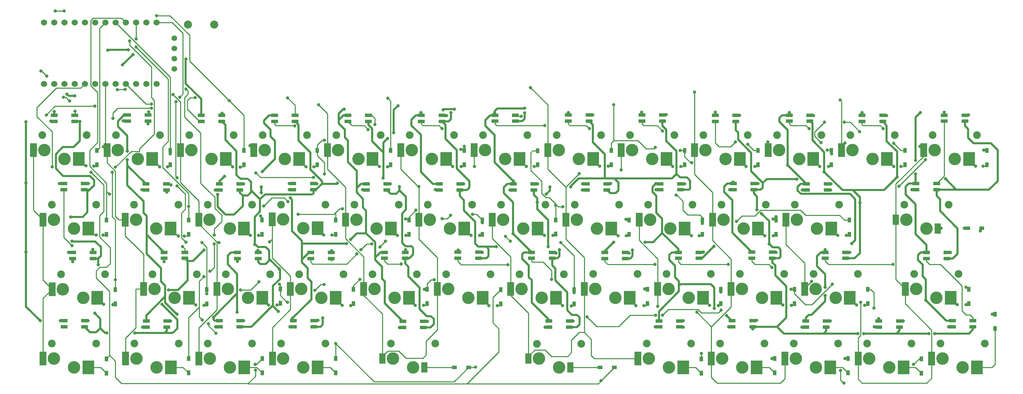
<source format=gbl>
G04 #@! TF.GenerationSoftware,KiCad,Pcbnew,(6.0.9)*
G04 #@! TF.CreationDate,2022-12-20T15:04:12+09:00*
G04 #@! TF.ProjectId,meow48,6d656f77-3438-42e6-9b69-6361645f7063,rev?*
G04 #@! TF.SameCoordinates,Original*
G04 #@! TF.FileFunction,Copper,L2,Bot*
G04 #@! TF.FilePolarity,Positive*
%FSLAX46Y46*%
G04 Gerber Fmt 4.6, Leading zero omitted, Abs format (unit mm)*
G04 Created by KiCad (PCBNEW (6.0.9)) date 2022-12-20 15:04:12*
%MOMM*%
%LPD*%
G01*
G04 APERTURE LIST*
G04 Aperture macros list*
%AMRoundRect*
0 Rectangle with rounded corners*
0 $1 Rounding radius*
0 $2 $3 $4 $5 $6 $7 $8 $9 X,Y pos of 4 corners*
0 Add a 4 corners polygon primitive as box body*
4,1,4,$2,$3,$4,$5,$6,$7,$8,$9,$2,$3,0*
0 Add four circle primitives for the rounded corners*
1,1,$1+$1,$2,$3*
1,1,$1+$1,$4,$5*
1,1,$1+$1,$6,$7*
1,1,$1+$1,$8,$9*
0 Add four rect primitives between the rounded corners*
20,1,$1+$1,$2,$3,$4,$5,0*
20,1,$1+$1,$4,$5,$6,$7,0*
20,1,$1+$1,$6,$7,$8,$9,0*
20,1,$1+$1,$8,$9,$2,$3,0*%
G04 Aperture macros list end*
G04 #@! TA.AperFunction,WasherPad*
%ADD10C,1.900000*%
G04 #@! TD*
G04 #@! TA.AperFunction,WasherPad*
%ADD11C,3.100000*%
G04 #@! TD*
G04 #@! TA.AperFunction,SMDPad,CuDef*
%ADD12R,1.700000X3.500000*%
G04 #@! TD*
G04 #@! TA.AperFunction,SMDPad,CuDef*
%ADD13R,3.000000X3.500000*%
G04 #@! TD*
G04 #@! TA.AperFunction,SMDPad,CuDef*
%ADD14R,0.950000X1.300000*%
G04 #@! TD*
G04 #@! TA.AperFunction,SMDPad,CuDef*
%ADD15R,1.500000X2.500000*%
G04 #@! TD*
G04 #@! TA.AperFunction,ComponentPad*
%ADD16C,1.524000*%
G04 #@! TD*
G04 #@! TA.AperFunction,SMDPad,CuDef*
%ADD17R,1.300000X0.950000*%
G04 #@! TD*
G04 #@! TA.AperFunction,ComponentPad*
%ADD18C,2.000000*%
G04 #@! TD*
G04 #@! TA.AperFunction,ComponentPad*
%ADD19C,1.397000*%
G04 #@! TD*
G04 #@! TA.AperFunction,SMDPad,CuDef*
%ADD20R,1.700000X0.820000*%
G04 #@! TD*
G04 #@! TA.AperFunction,SMDPad,CuDef*
%ADD21RoundRect,0.205000X-0.645000X-0.205000X0.645000X-0.205000X0.645000X0.205000X-0.645000X0.205000X0*%
G04 #@! TD*
G04 #@! TA.AperFunction,ViaPad*
%ADD22C,0.800000*%
G04 #@! TD*
G04 #@! TA.AperFunction,Conductor*
%ADD23C,0.250000*%
G04 #@! TD*
G04 #@! TA.AperFunction,Conductor*
%ADD24C,0.500000*%
G04 #@! TD*
G04 APERTURE END LIST*
D10*
X99990000Y-115390000D03*
D11*
X89490000Y-119090000D03*
X94490000Y-121290000D03*
D10*
X88990000Y-115390000D03*
D12*
X86790000Y-119090000D03*
D13*
X98040000Y-121290000D03*
D14*
X247930000Y-153665000D03*
X247930000Y-157215000D03*
D10*
X86300000Y-132650000D03*
D11*
X80800000Y-138550000D03*
D10*
X75300000Y-132650000D03*
D11*
X75800000Y-136350000D03*
D12*
X73100000Y-136350000D03*
D13*
X84350000Y-138550000D03*
D11*
X217580000Y-104080000D03*
X212580000Y-101880000D03*
D10*
X212080000Y-98180000D03*
X223080000Y-98180000D03*
D12*
X209880000Y-101880000D03*
D13*
X221130000Y-104080000D03*
D10*
X125410000Y-115400000D03*
D11*
X125910000Y-119100000D03*
D10*
X136410000Y-115400000D03*
D11*
X130910000Y-121300000D03*
D12*
X123210000Y-119100000D03*
D13*
X134460000Y-121300000D03*
D11*
X194330000Y-101860000D03*
D10*
X193830000Y-98160000D03*
X204830000Y-98160000D03*
D11*
X199330000Y-104060000D03*
D12*
X191630000Y-101860000D03*
D13*
X202880000Y-104060000D03*
D11*
X139670000Y-101860000D03*
D10*
X150170000Y-98160000D03*
X139170000Y-98160000D03*
D11*
X144670000Y-104060000D03*
D12*
X136970000Y-101860000D03*
D13*
X148220000Y-104060000D03*
D14*
X266230000Y-142565000D03*
X266230000Y-146115000D03*
D10*
X159220000Y-132660000D03*
D11*
X148720000Y-136360000D03*
X153720000Y-138560000D03*
D10*
X148220000Y-132660000D03*
D12*
X146020000Y-136360000D03*
D13*
X157270000Y-138560000D03*
D11*
X76310000Y-155790000D03*
X71310000Y-153590000D03*
D10*
X70810000Y-149890000D03*
X81810000Y-149890000D03*
D12*
X68610000Y-153590000D03*
D13*
X79860000Y-155790000D03*
D11*
X203510000Y-155790000D03*
X198510000Y-153590000D03*
D10*
X209010000Y-149890000D03*
X198010000Y-149890000D03*
D12*
X195810000Y-153590000D03*
D13*
X207060000Y-155790000D03*
D14*
X211490000Y-153605000D03*
X211490000Y-157155000D03*
D10*
X140980000Y-132660000D03*
D11*
X130480000Y-136360000D03*
D10*
X129980000Y-132660000D03*
D11*
X135480000Y-138560000D03*
D12*
X127780000Y-136360000D03*
D13*
X139030000Y-138560000D03*
D11*
X167390000Y-121300000D03*
X162390000Y-119100000D03*
D10*
X172890000Y-115400000D03*
X161890000Y-115400000D03*
D12*
X159690000Y-119100000D03*
D13*
X170940000Y-121300000D03*
D14*
X229730000Y-153635000D03*
X229730000Y-157185000D03*
D10*
X254720000Y-115400000D03*
X243720000Y-115400000D03*
D11*
X244220000Y-119100000D03*
X249220000Y-121300000D03*
D15*
X241620000Y-119100000D03*
X252020000Y-121300000D03*
D11*
X94020000Y-136350000D03*
X99020000Y-138550000D03*
D10*
X93520000Y-132650000D03*
X104520000Y-132650000D03*
D12*
X91320000Y-136350000D03*
D13*
X102570000Y-138550000D03*
D14*
X211840000Y-119255000D03*
X211840000Y-122805000D03*
D11*
X94550000Y-155790000D03*
D10*
X100050000Y-149890000D03*
X89050000Y-149890000D03*
D11*
X89550000Y-153590000D03*
D12*
X86850000Y-153590000D03*
D13*
X98100000Y-155790000D03*
D14*
X138920000Y-119205000D03*
X138920000Y-122755000D03*
X102570000Y-153635000D03*
X102570000Y-157185000D03*
D10*
X232140000Y-132640000D03*
D11*
X226640000Y-138540000D03*
X221640000Y-136340000D03*
D10*
X221140000Y-132640000D03*
D12*
X218940000Y-136340000D03*
D13*
X230190000Y-138540000D03*
D16*
X30152000Y-70183600D03*
X32692000Y-70183600D03*
X35232000Y-70183600D03*
X37772000Y-70183600D03*
X40312000Y-70183600D03*
X42852000Y-70183600D03*
X45392000Y-70183600D03*
X47932000Y-70183600D03*
X50472000Y-70183600D03*
X53012000Y-70183600D03*
X55552000Y-70183600D03*
X58092000Y-70183600D03*
X58092000Y-85403600D03*
X55552000Y-85403600D03*
X53012000Y-85403600D03*
X50472000Y-85403600D03*
X47932000Y-85403600D03*
X45392000Y-85403600D03*
X42852000Y-85403600D03*
X40312000Y-85403600D03*
X37772000Y-85403600D03*
X35232000Y-85403600D03*
X32692000Y-85403600D03*
X30152000Y-85403600D03*
D14*
X189130000Y-101945000D03*
X189130000Y-105495000D03*
X134450000Y-101955000D03*
X134450000Y-105505000D03*
D10*
X227240000Y-149900000D03*
D11*
X221740000Y-155800000D03*
X216740000Y-153600000D03*
D10*
X216240000Y-149900000D03*
D12*
X214040000Y-153600000D03*
D13*
X225290000Y-155800000D03*
D14*
X152670000Y-101995000D03*
X152670000Y-105545000D03*
D11*
X144150000Y-119110000D03*
D10*
X143650000Y-115410000D03*
X154650000Y-115410000D03*
D11*
X149150000Y-121310000D03*
D12*
X141450000Y-119110000D03*
D13*
X152700000Y-121310000D03*
D14*
X207350000Y-101945000D03*
X207350000Y-105495000D03*
X243850000Y-101985000D03*
X243850000Y-105535000D03*
X47850000Y-136465000D03*
X47850000Y-140015000D03*
D10*
X122740000Y-132660000D03*
D11*
X117240000Y-138560000D03*
D10*
X111740000Y-132660000D03*
D11*
X112240000Y-136360000D03*
D12*
X109540000Y-136360000D03*
D13*
X120790000Y-138560000D03*
D17*
X135545000Y-155800000D03*
X131995000Y-155800000D03*
D14*
X66060000Y-153635000D03*
X66060000Y-157185000D03*
D11*
X251200000Y-101850000D03*
X256200000Y-104050000D03*
D10*
X261700000Y-98150000D03*
X250700000Y-98150000D03*
D12*
X248500000Y-101850000D03*
D13*
X259750000Y-104050000D03*
D14*
X193280000Y-153665000D03*
X193280000Y-157215000D03*
X175400000Y-119195000D03*
X175400000Y-122745000D03*
X157140000Y-119185000D03*
X157140000Y-122735000D03*
X125210000Y-136435000D03*
X125210000Y-139985000D03*
D11*
X39860000Y-138570000D03*
X34860000Y-136370000D03*
D10*
X34360000Y-132670000D03*
X45360000Y-132670000D03*
D12*
X32160000Y-136370000D03*
D13*
X43410000Y-138570000D03*
D14*
X84330000Y-153635000D03*
X84330000Y-157185000D03*
X102520000Y-119205000D03*
X102520000Y-122755000D03*
D10*
X40780000Y-98180000D03*
D11*
X30280000Y-101880000D03*
X35280000Y-104080000D03*
D10*
X29780000Y-98180000D03*
D12*
X27580000Y-101880000D03*
D13*
X38830000Y-104080000D03*
D14*
X225590000Y-101935000D03*
X225590000Y-105485000D03*
X45660000Y-119215000D03*
X45660000Y-122765000D03*
X143520000Y-136505000D03*
X143520000Y-140055000D03*
D10*
X175600000Y-98160000D03*
X186600000Y-98160000D03*
D11*
X176100000Y-101860000D03*
X181100000Y-104060000D03*
D12*
X173400000Y-101860000D03*
D13*
X184650000Y-104060000D03*
D10*
X163490000Y-149920000D03*
D11*
X152990000Y-153620000D03*
X157990000Y-155820000D03*
D10*
X152490000Y-149920000D03*
D15*
X150390000Y-153620000D03*
X160790000Y-155820000D03*
D17*
X262955000Y-121260000D03*
X259405000Y-121260000D03*
D11*
X258210000Y-155790000D03*
D10*
X263710000Y-149890000D03*
D11*
X253210000Y-153590000D03*
D10*
X252710000Y-149890000D03*
D12*
X250510000Y-153590000D03*
D13*
X261760000Y-155790000D03*
D10*
X77250000Y-98160000D03*
X66250000Y-98160000D03*
D11*
X66750000Y-101860000D03*
X71750000Y-104060000D03*
D12*
X64050000Y-101860000D03*
D13*
X75300000Y-104060000D03*
D14*
X43270000Y-101945000D03*
X43270000Y-105495000D03*
D18*
X72372000Y-70685000D03*
X65872000Y-70685000D03*
D11*
X89960000Y-104080000D03*
X84960000Y-101880000D03*
D10*
X95460000Y-98180000D03*
X84460000Y-98180000D03*
D12*
X82260000Y-101880000D03*
D13*
X93510000Y-104080000D03*
D10*
X191100000Y-115400000D03*
X180100000Y-115400000D03*
D11*
X180600000Y-119100000D03*
X185600000Y-121300000D03*
D12*
X177900000Y-119100000D03*
D13*
X189150000Y-121300000D03*
D11*
X121750000Y-155810000D03*
D10*
X116250000Y-149910000D03*
X127250000Y-149910000D03*
D11*
X116750000Y-153610000D03*
D15*
X114150000Y-153610000D03*
X124550000Y-155810000D03*
D14*
X107000000Y-136435000D03*
X107000000Y-139985000D03*
D11*
X185280000Y-155790000D03*
X180280000Y-153590000D03*
D10*
X190780000Y-149890000D03*
X179780000Y-149890000D03*
D12*
X177580000Y-153590000D03*
D13*
X188830000Y-155790000D03*
D11*
X251650000Y-138500000D03*
D10*
X257150000Y-132600000D03*
D11*
X246650000Y-136300000D03*
D10*
X246150000Y-132600000D03*
D12*
X243950000Y-136300000D03*
D13*
X255200000Y-138500000D03*
D14*
X45660000Y-153665000D03*
X45660000Y-157215000D03*
D10*
X102690000Y-98180000D03*
D11*
X103190000Y-101880000D03*
X108190000Y-104080000D03*
D10*
X113690000Y-98180000D03*
D12*
X100490000Y-101880000D03*
D13*
X111740000Y-104080000D03*
D14*
X88800000Y-136345000D03*
X88800000Y-139895000D03*
D19*
X62530000Y-81730000D03*
X62530000Y-79190000D03*
X62530000Y-76650000D03*
X62530000Y-74110000D03*
D10*
X57060000Y-132650000D03*
D11*
X62560000Y-138550000D03*
D10*
X68060000Y-132650000D03*
D11*
X57560000Y-136350000D03*
D12*
X54860000Y-136350000D03*
D13*
X66110000Y-138550000D03*
D10*
X63590000Y-149885000D03*
D11*
X53090000Y-153585000D03*
X58090000Y-155785000D03*
D10*
X52590000Y-149885000D03*
D12*
X50390000Y-153585000D03*
D13*
X61640000Y-155785000D03*
D14*
X234650000Y-136435000D03*
X234650000Y-139985000D03*
X97970000Y-101985000D03*
X97970000Y-105535000D03*
X79750000Y-101965000D03*
X79750000Y-105515000D03*
D11*
X235810000Y-104080000D03*
D10*
X230310000Y-98180000D03*
D11*
X230810000Y-101880000D03*
D10*
X241310000Y-98180000D03*
D12*
X228110000Y-101880000D03*
D13*
X239360000Y-104080000D03*
D14*
X264220000Y-101935000D03*
X264220000Y-105485000D03*
D10*
X32110000Y-115410000D03*
D11*
X37610000Y-121310000D03*
D10*
X43110000Y-115410000D03*
D11*
X32610000Y-119110000D03*
D12*
X29910000Y-119110000D03*
D13*
X41160000Y-121310000D03*
D11*
X222040000Y-121310000D03*
D10*
X216540000Y-115410000D03*
D11*
X217040000Y-119110000D03*
D10*
X227540000Y-115410000D03*
D12*
X214340000Y-119110000D03*
D13*
X225590000Y-121310000D03*
D14*
X84280000Y-119205000D03*
X84280000Y-122755000D03*
D10*
X202920000Y-132640000D03*
D11*
X203420000Y-136340000D03*
D10*
X213920000Y-132640000D03*
D11*
X208420000Y-138540000D03*
D12*
X200720000Y-136340000D03*
D13*
X211970000Y-138540000D03*
D14*
X216410000Y-136435000D03*
X216410000Y-139985000D03*
X66080000Y-119215000D03*
X66080000Y-122765000D03*
X70580000Y-136465000D03*
X70580000Y-140015000D03*
X161760000Y-136475000D03*
X161760000Y-140025000D03*
X259700000Y-136405000D03*
X259700000Y-139955000D03*
D10*
X120940000Y-98180000D03*
X131940000Y-98180000D03*
D11*
X121440000Y-101880000D03*
X126440000Y-104080000D03*
D12*
X118740000Y-101880000D03*
D13*
X129990000Y-104080000D03*
D11*
X37630000Y-155760000D03*
D10*
X43130000Y-149860000D03*
X32130000Y-149860000D03*
D11*
X32630000Y-153560000D03*
D12*
X29930000Y-153560000D03*
D13*
X41180000Y-155760000D03*
D14*
X61470000Y-101965000D03*
X61470000Y-105515000D03*
D11*
X171960000Y-138540000D03*
X166960000Y-136340000D03*
D10*
X166460000Y-132640000D03*
X177460000Y-132640000D03*
D12*
X164260000Y-136340000D03*
D13*
X175510000Y-138540000D03*
D11*
X53490000Y-104080000D03*
D10*
X47990000Y-98180000D03*
X58990000Y-98180000D03*
D11*
X48490000Y-101880000D03*
D12*
X45790000Y-101880000D03*
D13*
X57040000Y-104080000D03*
D14*
X116210000Y-101965000D03*
X116210000Y-105515000D03*
D11*
X162900000Y-104060000D03*
X157900000Y-101860000D03*
D10*
X168400000Y-98160000D03*
X157400000Y-98160000D03*
D12*
X155200000Y-101860000D03*
D13*
X166450000Y-104060000D03*
D17*
X171725000Y-155820000D03*
X168175000Y-155820000D03*
D14*
X230050000Y-119255000D03*
X230050000Y-122805000D03*
D11*
X112710000Y-121300000D03*
X107710000Y-119100000D03*
D10*
X118210000Y-115400000D03*
X107210000Y-115400000D03*
D12*
X105010000Y-119100000D03*
D13*
X116260000Y-121300000D03*
D14*
X179930000Y-136435000D03*
X179930000Y-139985000D03*
X120720000Y-119205000D03*
X120720000Y-122755000D03*
D11*
X198820000Y-119110000D03*
D10*
X209320000Y-115410000D03*
D11*
X203820000Y-121310000D03*
D10*
X198320000Y-115410000D03*
D12*
X196120000Y-119110000D03*
D13*
X207370000Y-121310000D03*
D11*
X239950000Y-155795000D03*
D10*
X245450000Y-149895000D03*
X234450000Y-149895000D03*
D11*
X234950000Y-153595000D03*
D12*
X232250000Y-153595000D03*
D13*
X243500000Y-155795000D03*
D14*
X170930000Y-101945000D03*
X170930000Y-105495000D03*
X193600000Y-119215000D03*
X193600000Y-122765000D03*
D11*
X53050000Y-119110000D03*
D10*
X63550000Y-115410000D03*
D11*
X58050000Y-121310000D03*
D10*
X52550000Y-115410000D03*
D12*
X50350000Y-119110000D03*
D13*
X61600000Y-121310000D03*
D11*
X71270000Y-119100000D03*
D10*
X70770000Y-115400000D03*
X81770000Y-115400000D03*
D11*
X76270000Y-121300000D03*
D12*
X68570000Y-119100000D03*
D13*
X79820000Y-121300000D03*
D14*
X198170000Y-136435000D03*
X198170000Y-139985000D03*
D10*
X195700000Y-132640000D03*
D11*
X190200000Y-138540000D03*
D10*
X184700000Y-132640000D03*
D11*
X185200000Y-136340000D03*
D12*
X182500000Y-136340000D03*
D13*
X193750000Y-138540000D03*
D20*
X255650000Y-144240000D03*
X255650000Y-145740000D03*
D21*
X260750000Y-145740000D03*
D20*
X260750000Y-144240000D03*
X55450000Y-110250000D03*
X55450000Y-111750000D03*
D21*
X60550000Y-111750000D03*
D20*
X60550000Y-110250000D03*
X142070000Y-93200000D03*
X142070000Y-94700000D03*
D21*
X147170000Y-94700000D03*
D20*
X147170000Y-93200000D03*
X146650000Y-110265000D03*
X146650000Y-111765000D03*
D21*
X151750000Y-111765000D03*
D20*
X151750000Y-110265000D03*
X155440000Y-144305000D03*
X155440000Y-145805000D03*
D21*
X160540000Y-145805000D03*
D20*
X160540000Y-144305000D03*
X96370000Y-127280000D03*
X96370000Y-128780000D03*
D21*
X101470000Y-128780000D03*
D20*
X101470000Y-127280000D03*
X201250000Y-110195000D03*
X201250000Y-111695000D03*
D21*
X206350000Y-111695000D03*
D20*
X206350000Y-110195000D03*
X183050000Y-110215000D03*
X183050000Y-111715000D03*
D21*
X188150000Y-111715000D03*
D20*
X188150000Y-110215000D03*
X200970000Y-144205000D03*
X200970000Y-145705000D03*
D21*
X206070000Y-145705000D03*
D20*
X206070000Y-144205000D03*
X91910000Y-110200000D03*
X91910000Y-111700000D03*
D21*
X97010000Y-111700000D03*
D20*
X97010000Y-110200000D03*
X233230000Y-93270000D03*
X233230000Y-94770000D03*
D21*
X238330000Y-94770000D03*
D20*
X238330000Y-93270000D03*
X224050000Y-127230000D03*
X224050000Y-128730000D03*
D21*
X229150000Y-128730000D03*
D20*
X229150000Y-127230000D03*
X160330000Y-93170000D03*
X160330000Y-94670000D03*
D21*
X165430000Y-94670000D03*
D20*
X165430000Y-93170000D03*
X219420000Y-110240000D03*
X219420000Y-111740000D03*
D21*
X224520000Y-111740000D03*
D20*
X224520000Y-110240000D03*
X169370000Y-127270000D03*
X169370000Y-128770000D03*
D21*
X174470000Y-128770000D03*
D20*
X174470000Y-127270000D03*
X73660000Y-110265000D03*
X73660000Y-111765000D03*
D21*
X78760000Y-111765000D03*
D20*
X78760000Y-110265000D03*
X69180000Y-93220000D03*
X69180000Y-94720000D03*
D21*
X74280000Y-94720000D03*
D20*
X74280000Y-93220000D03*
X237370000Y-144285000D03*
X237370000Y-145785000D03*
D21*
X242470000Y-145785000D03*
D20*
X242470000Y-144285000D03*
X128300000Y-110235000D03*
X128300000Y-111735000D03*
D21*
X133400000Y-111735000D03*
D20*
X133400000Y-110235000D03*
X249160000Y-127265000D03*
X249160000Y-128765000D03*
D21*
X254260000Y-128765000D03*
D20*
X254260000Y-127265000D03*
X182790000Y-144245000D03*
X182790000Y-145745000D03*
D21*
X187890000Y-145745000D03*
D20*
X187890000Y-144245000D03*
X87360000Y-93270000D03*
X87360000Y-94770000D03*
D21*
X92460000Y-94770000D03*
D20*
X92460000Y-93270000D03*
X37250000Y-127255000D03*
X37250000Y-128755000D03*
D21*
X42350000Y-128755000D03*
D20*
X42350000Y-127255000D03*
X187610000Y-127230000D03*
X187610000Y-128730000D03*
D21*
X192710000Y-128730000D03*
D20*
X192710000Y-127230000D03*
X253640000Y-93200000D03*
X253640000Y-94700000D03*
D21*
X258740000Y-94700000D03*
D20*
X258740000Y-93200000D03*
X196780000Y-93220000D03*
X196780000Y-94720000D03*
D21*
X201880000Y-94720000D03*
D20*
X201880000Y-93220000D03*
X219210000Y-144280000D03*
X219210000Y-145780000D03*
D21*
X224310000Y-145780000D03*
D20*
X224310000Y-144280000D03*
X215180000Y-93200000D03*
X215180000Y-94700000D03*
D21*
X220280000Y-94700000D03*
D20*
X220280000Y-93200000D03*
X78210000Y-127280000D03*
X78210000Y-128780000D03*
D21*
X83310000Y-128780000D03*
D20*
X83310000Y-127280000D03*
X35070000Y-110180000D03*
X35070000Y-111680000D03*
D21*
X40170000Y-111680000D03*
D20*
X40170000Y-110180000D03*
X123840000Y-93270000D03*
X123840000Y-94770000D03*
D21*
X128940000Y-94770000D03*
D20*
X128940000Y-93270000D03*
X105590000Y-93220000D03*
X105590000Y-94720000D03*
D21*
X110690000Y-94720000D03*
D20*
X110690000Y-93220000D03*
X132890000Y-127210000D03*
X132890000Y-128710000D03*
D21*
X137990000Y-128710000D03*
D20*
X137990000Y-127210000D03*
X205870000Y-127190000D03*
X205870000Y-128690000D03*
D21*
X210970000Y-128690000D03*
D20*
X210970000Y-127190000D03*
X92050000Y-144190000D03*
X92050000Y-145690000D03*
D21*
X97150000Y-145690000D03*
D20*
X97150000Y-144190000D03*
X151190000Y-127230000D03*
X151190000Y-128730000D03*
D21*
X156290000Y-128730000D03*
D20*
X156290000Y-127230000D03*
X119220000Y-144355000D03*
X119220000Y-145855000D03*
D21*
X124320000Y-145855000D03*
D20*
X124320000Y-144355000D03*
X178550000Y-93185000D03*
X178550000Y-94685000D03*
D21*
X183650000Y-94685000D03*
D20*
X183650000Y-93185000D03*
X35140000Y-144240000D03*
X35140000Y-145740000D03*
D21*
X40240000Y-145740000D03*
D20*
X40240000Y-144240000D03*
X110180000Y-110265000D03*
X110180000Y-111765000D03*
D21*
X115280000Y-111765000D03*
D20*
X115280000Y-110265000D03*
X246600000Y-110205000D03*
X246600000Y-111705000D03*
D21*
X251700000Y-111705000D03*
D20*
X251700000Y-110205000D03*
X114690000Y-127230000D03*
X114690000Y-128730000D03*
D21*
X119790000Y-128730000D03*
D20*
X119790000Y-127230000D03*
X164770000Y-110240000D03*
X164770000Y-111740000D03*
D21*
X169870000Y-111740000D03*
D20*
X169870000Y-110240000D03*
X55530000Y-144280000D03*
X55530000Y-145780000D03*
D21*
X60630000Y-145780000D03*
D20*
X60630000Y-144280000D03*
X60000000Y-127240000D03*
X60000000Y-128740000D03*
D21*
X65100000Y-128740000D03*
D20*
X65100000Y-127240000D03*
X50890000Y-93185000D03*
X50890000Y-94685000D03*
D21*
X55990000Y-94685000D03*
D20*
X55990000Y-93185000D03*
X32710000Y-93235000D03*
X32710000Y-94735000D03*
D21*
X37810000Y-94735000D03*
D20*
X37810000Y-93235000D03*
X73680000Y-144230000D03*
X73680000Y-145730000D03*
D21*
X78780000Y-145730000D03*
D20*
X78780000Y-144230000D03*
D22*
X228834500Y-94940000D03*
X232590000Y-97254479D03*
X223050000Y-100030000D03*
X76150000Y-89630000D03*
X223844500Y-94957792D03*
X181930000Y-101195500D03*
X171530000Y-90629115D03*
X241058389Y-100177013D03*
X58070000Y-68470000D03*
X204837701Y-100467701D03*
X115470000Y-89000000D03*
X42560000Y-105810000D03*
X40540000Y-105790000D03*
X99780000Y-107770000D03*
X97034312Y-108665688D03*
X188100000Y-101920000D03*
X61480000Y-102840000D03*
X82770000Y-107510500D03*
X242344500Y-110872072D03*
X225640000Y-102840000D03*
X134480000Y-100970000D03*
X263380000Y-101830000D03*
X248930000Y-104260000D03*
X99765500Y-99400000D03*
X133590000Y-101710000D03*
X190905500Y-105000000D03*
X224580000Y-101860000D03*
X78890000Y-106060000D03*
X76980000Y-106030000D03*
X83915688Y-118205688D03*
X202040000Y-119540000D03*
X157140000Y-115550000D03*
X193560000Y-120030000D03*
X187080000Y-113050000D03*
X158965500Y-115890000D03*
X46405500Y-112780000D03*
X113370000Y-105970000D03*
X115430000Y-106000000D03*
X104285500Y-116400000D03*
X53046499Y-74273501D03*
X84649500Y-115790000D03*
X53016901Y-76293099D03*
X119900000Y-118960000D03*
X174610000Y-119090000D03*
X211100000Y-118970000D03*
X66080000Y-115800000D03*
X93262299Y-117747701D03*
X211840000Y-118370000D03*
X122485500Y-116750498D03*
X262550000Y-121920000D03*
X90690000Y-114620000D03*
X168090000Y-105850000D03*
X170180000Y-105850000D03*
X99700000Y-135215500D03*
X136538389Y-117777013D03*
X144689312Y-123269312D03*
X47061880Y-107336479D03*
X114920000Y-124455500D03*
X88590688Y-135180688D03*
X97399500Y-136664500D03*
X90595500Y-139590000D03*
X113550000Y-125904500D03*
X47902635Y-106128037D03*
X198180000Y-137130000D03*
X145925688Y-124435688D03*
X181940500Y-142830000D03*
X131080000Y-118055500D03*
X47850000Y-134020000D03*
X138930000Y-119870000D03*
X158430000Y-124800000D03*
X51456901Y-74733099D03*
X164984500Y-143260000D03*
X236130000Y-141100000D03*
X161760000Y-137280000D03*
X129001449Y-118926048D03*
X198193438Y-141576562D03*
X183639500Y-142830000D03*
X206570000Y-105970000D03*
X204410000Y-105940000D03*
X70560000Y-137540000D03*
X63187299Y-108722701D03*
X259000000Y-135910000D03*
X215590000Y-136400000D03*
X127055500Y-134010498D03*
X69350000Y-124810000D03*
X225803668Y-135165500D03*
X124580000Y-136430000D03*
X62964951Y-89875049D03*
X83470000Y-134565500D03*
X78959500Y-136550000D03*
X65350000Y-124690000D03*
X179240000Y-136310000D03*
X63152701Y-110737299D03*
X108530000Y-133940000D03*
X63854549Y-88715451D03*
X241050000Y-105940000D03*
X242870000Y-105970000D03*
X210870000Y-153620000D03*
X246009194Y-155070500D03*
X82630000Y-156514500D03*
X41810000Y-107330000D03*
X32190000Y-106000000D03*
X168442500Y-159102500D03*
X82610000Y-155065500D03*
X58895500Y-106010000D03*
X60790000Y-106010000D03*
X69482701Y-144062701D03*
X50316499Y-86763501D03*
X228680000Y-159674500D03*
X48368832Y-86865030D03*
X72375500Y-125130000D03*
X65364500Y-86680000D03*
X228980000Y-153620000D03*
X72870000Y-147350000D03*
X227900000Y-156524500D03*
X69855500Y-133250000D03*
X72377299Y-122962701D03*
X102560000Y-149850000D03*
X71304500Y-131930000D03*
X265570000Y-142610000D03*
X137232701Y-155702701D03*
X70937823Y-144995500D03*
X193350000Y-152300000D03*
X95160000Y-106000000D03*
X97130000Y-106000000D03*
X131610000Y-105910000D03*
X133700000Y-105910000D03*
X186240000Y-105940000D03*
X188270000Y-105940000D03*
X224870000Y-105910000D03*
X222690000Y-105910000D03*
X263230000Y-105850000D03*
X261410000Y-105820000D03*
X44820000Y-122990000D03*
X43100000Y-122970000D03*
X83430000Y-123040000D03*
X81370000Y-123040000D03*
X149910000Y-105970000D03*
X151790000Y-105970000D03*
X156450000Y-123060000D03*
X154350000Y-123060000D03*
X190860000Y-123090000D03*
X192800000Y-123130000D03*
X229320000Y-123000000D03*
X227190000Y-123030000D03*
X64994500Y-123167700D03*
X63545500Y-123177280D03*
X101600000Y-122970000D03*
X99600000Y-122970000D03*
X120030000Y-123060000D03*
X117900000Y-123030000D03*
X174660000Y-123090000D03*
X172650000Y-123130000D03*
X209040000Y-123090000D03*
X211170000Y-123090000D03*
X252820000Y-121250000D03*
X258610000Y-121290000D03*
X44990000Y-140140000D03*
X47309021Y-140180000D03*
X85910000Y-140300000D03*
X88010000Y-140320000D03*
X136170000Y-123060000D03*
X138300000Y-123060000D03*
X161100000Y-140540000D03*
X158850000Y-140510000D03*
X197520000Y-140450000D03*
X195330000Y-140390000D03*
X231880000Y-140330000D03*
X233860000Y-140360000D03*
X67860000Y-140340000D03*
X69910000Y-140360000D03*
X104160000Y-140390000D03*
X106260000Y-140450000D03*
X124400000Y-140420000D03*
X122310000Y-140420000D03*
X177030000Y-140450000D03*
X179090000Y-140450000D03*
X213570000Y-140330000D03*
X215640000Y-140360000D03*
X259040000Y-140250000D03*
X256800000Y-140250000D03*
X140550000Y-140480000D03*
X142680000Y-140510000D03*
X52280000Y-78160000D03*
X224030000Y-126560000D03*
X105267701Y-125082299D03*
X91280000Y-113739979D03*
X50850160Y-102155914D03*
X146570000Y-122590000D03*
X25690000Y-127200000D03*
X160340000Y-92530000D03*
X146650000Y-109560000D03*
X182090000Y-110150000D03*
X106282299Y-124047701D03*
X179377299Y-124692701D03*
X25690000Y-94850000D03*
X74930000Y-108360000D03*
X199592299Y-142952299D03*
X224041883Y-137951883D03*
X32730000Y-92270000D03*
X247690000Y-92530000D03*
X84070000Y-110985500D03*
X78120000Y-142050000D03*
X33950000Y-110170000D03*
X253600000Y-92470000D03*
X196760000Y-92470000D03*
X142000000Y-92620000D03*
X224062285Y-135882285D03*
X91000000Y-110130000D03*
X214780000Y-105600000D03*
X84370000Y-107190000D03*
X129264312Y-91835688D03*
X84081210Y-112434500D03*
X123760000Y-92590000D03*
X249010000Y-139120000D03*
X25690000Y-110010000D03*
X49668512Y-80741488D03*
X50030000Y-93150000D03*
X104630000Y-91670000D03*
X215120000Y-92530000D03*
X233210000Y-92590000D03*
X50852635Y-104202635D03*
X29205500Y-144220000D03*
X246462701Y-104392701D03*
X171580000Y-124730000D03*
X132035286Y-91670000D03*
X201220000Y-109810000D03*
X34260000Y-144190000D03*
X178480000Y-92500000D03*
X36230000Y-127240000D03*
X230680000Y-125080000D03*
X196530000Y-141114500D03*
X149489991Y-91478615D03*
X132920000Y-126650000D03*
X163820000Y-110210000D03*
X246447299Y-107767299D03*
X237330000Y-143680000D03*
X72232299Y-143362299D03*
X65364500Y-79300000D03*
X63160000Y-142610000D03*
X91830000Y-143650000D03*
X31840000Y-94700000D03*
X42764491Y-90956447D03*
X30750000Y-93119500D03*
X56140000Y-92410000D03*
X35023566Y-88775059D03*
X37830000Y-92180000D03*
X36505688Y-89695688D03*
X99370000Y-143500000D03*
X232680000Y-114930000D03*
X118030000Y-90820500D03*
X102972701Y-110087299D03*
X82480000Y-125344500D03*
X29427500Y-82220000D03*
X158120000Y-126610000D03*
X149490000Y-92680000D03*
X208240044Y-117600044D03*
X253914799Y-109014799D03*
X249785500Y-147410000D03*
X160890000Y-111045500D03*
X35169520Y-67294500D03*
X207120445Y-116670446D03*
X114330000Y-108850000D03*
X210160000Y-125130000D03*
X152570000Y-114840000D03*
X36790000Y-118460000D03*
X118390000Y-110955500D03*
X37070000Y-124470000D03*
X45963512Y-77036488D03*
X73260000Y-112870000D03*
X206120000Y-146210000D03*
X39090000Y-94720000D03*
X223840000Y-107290000D03*
X241899511Y-108590489D03*
X69855500Y-126700000D03*
X37772000Y-88429376D03*
X251234500Y-147410000D03*
X155720000Y-111045500D03*
X233594500Y-147440000D03*
X55990000Y-95380000D03*
X52667299Y-147287299D03*
X225410000Y-111790000D03*
X30876500Y-83514589D03*
X176240000Y-126700000D03*
X101500000Y-129040000D03*
X115454216Y-98971185D03*
X142462701Y-125837299D03*
X88340000Y-141900000D03*
X116990000Y-97550000D03*
X61079500Y-136590000D03*
X59487910Y-140153465D03*
X35844312Y-87954312D03*
X60630000Y-112250000D03*
X32997221Y-67317221D03*
X232145500Y-147440000D03*
X154832299Y-112797701D03*
X45735011Y-147260000D03*
X42740000Y-142370000D03*
X88558190Y-131381810D03*
X43600000Y-130320000D03*
X155287299Y-125837299D03*
X217054312Y-109075688D03*
X51100000Y-77000000D03*
X188800000Y-145780000D03*
X196487701Y-125732299D03*
X131190000Y-92560000D03*
X49785688Y-94615688D03*
X74360000Y-92690000D03*
X47310000Y-93999500D03*
X56825500Y-91460000D03*
X67649312Y-88870688D03*
X90630000Y-88900000D03*
X92433549Y-95894925D03*
X112320000Y-95480000D03*
X130100000Y-93350000D03*
X110604311Y-96745687D03*
X128950500Y-96529979D03*
X148640500Y-93464312D03*
X154475500Y-95770000D03*
X166400000Y-93150000D03*
X184580000Y-93090000D03*
X165530500Y-96494500D03*
X183704913Y-97126289D03*
X202820000Y-93250000D03*
X201770000Y-99810021D03*
X221180000Y-93280000D03*
X239270000Y-93290000D03*
X220030500Y-96529979D03*
X238460500Y-96529979D03*
X259600000Y-93170000D03*
X225460000Y-110230000D03*
X245520000Y-111710000D03*
X218410000Y-111740000D03*
X207350000Y-110200000D03*
X200350000Y-111710000D03*
X189200000Y-110260000D03*
X182050000Y-111710000D03*
X170770000Y-110200000D03*
X163810000Y-111770000D03*
X152720000Y-110260000D03*
X145790000Y-111740000D03*
X134290000Y-110230000D03*
X127240000Y-111710000D03*
X116090000Y-110260000D03*
X109210000Y-111710000D03*
X97910000Y-110260000D03*
X79670000Y-110260000D03*
X91040000Y-111710000D03*
X72680000Y-111770000D03*
X61620000Y-110540000D03*
X41190000Y-110200000D03*
X54470000Y-111710000D03*
X37100000Y-125580000D03*
X42300000Y-126470000D03*
X37250000Y-129560000D03*
X64540000Y-125800000D03*
X59950000Y-129590000D03*
X83280000Y-126749500D03*
X101500000Y-126850000D03*
X78210000Y-129500000D03*
X119900000Y-126630000D03*
X111500500Y-125135688D03*
X107827701Y-127642299D03*
X108802299Y-126567701D03*
X138980000Y-127310000D03*
X118800000Y-130110000D03*
X157270500Y-127400000D03*
X145295500Y-130300000D03*
X175390500Y-127444580D03*
X156190500Y-133960000D03*
X193794312Y-127224312D03*
X181775500Y-130200000D03*
X199995500Y-130230000D03*
X211880000Y-127280000D03*
X210837408Y-130954500D03*
X230180000Y-127280000D03*
X240895500Y-130260000D03*
X255140000Y-127280000D03*
X243400000Y-144280000D03*
X254730000Y-145720000D03*
X236280000Y-145750000D03*
X225280000Y-144250000D03*
X218320000Y-145790000D03*
X207010000Y-144150000D03*
X188800000Y-144210000D03*
X200080000Y-145690000D03*
X161470000Y-144280000D03*
X181870000Y-145750000D03*
X125300000Y-144370000D03*
X154510000Y-145820000D03*
X118370000Y-145880000D03*
X98150000Y-144150000D03*
X91190000Y-145690000D03*
X79730000Y-144210000D03*
X72760000Y-145720000D03*
X61550000Y-144280000D03*
X54650000Y-145790000D03*
X41120000Y-144210000D03*
X28110000Y-101720000D03*
X44930000Y-100980000D03*
X81300000Y-100740000D03*
X64570000Y-101480000D03*
X73630000Y-124780000D03*
X86170000Y-124620000D03*
X62194500Y-88080000D03*
X98300000Y-90600000D03*
X56825500Y-90410000D03*
X137030000Y-105970000D03*
X123210000Y-110955500D03*
X163020000Y-107670000D03*
X150930000Y-86350000D03*
X173400000Y-106750000D03*
X191610000Y-87450989D03*
X192200000Y-142110000D03*
X192100000Y-101410000D03*
X209820000Y-99810000D03*
X182460000Y-140630000D03*
X220642904Y-134433330D03*
X228960000Y-100090000D03*
X227800000Y-89390000D03*
X232870000Y-139605500D03*
X247600000Y-100950000D03*
D23*
X181615500Y-101510000D02*
X179620000Y-101510000D01*
X43938511Y-71637089D02*
X45392000Y-70183600D01*
X61430000Y-68470000D02*
X58070000Y-68470000D01*
X43938511Y-101276489D02*
X43938511Y-71637089D01*
X232590000Y-97254479D02*
X230275521Y-94940000D01*
X43270000Y-101945000D02*
X43938511Y-101276489D01*
X79750000Y-93230000D02*
X76150000Y-89630000D01*
X179620000Y-101510000D02*
X177590000Y-99480000D01*
X221454520Y-98434520D02*
X223050000Y-100030000D01*
X171540000Y-99480000D02*
X170930000Y-100090000D01*
X79750000Y-101965000D02*
X79750000Y-93230000D01*
X230275521Y-94940000D02*
X228834500Y-94940000D01*
X206315000Y-101945000D02*
X204837701Y-100467701D01*
X116210000Y-89740000D02*
X115470000Y-89000000D01*
X66330000Y-73370000D02*
X61430000Y-68470000D01*
X243850000Y-101985000D02*
X242866376Y-101985000D01*
X242866376Y-101985000D02*
X241058389Y-100177013D01*
X207350000Y-101945000D02*
X206315000Y-101945000D01*
X223844500Y-94957792D02*
X221454520Y-97347772D01*
X177590000Y-99480000D02*
X171540000Y-99480000D01*
X116210000Y-101965000D02*
X116210000Y-89740000D01*
X170930000Y-100090000D02*
X170930000Y-101945000D01*
X221454520Y-97347772D02*
X221454520Y-98434520D01*
X181930000Y-101195500D02*
X181615500Y-101510000D01*
X76150000Y-89630000D02*
X66330000Y-79810000D01*
X66330000Y-79810000D02*
X66330000Y-73370000D01*
X171530000Y-99470000D02*
X171540000Y-99480000D01*
X171530000Y-90629115D02*
X171530000Y-99470000D01*
X42955000Y-105810000D02*
X43270000Y-105495000D01*
X42560000Y-105810000D02*
X42955000Y-105810000D01*
X38830000Y-104080000D02*
X40540000Y-105790000D01*
X225515000Y-101860000D02*
X225590000Y-101935000D01*
X97970000Y-103220000D02*
X97970000Y-101985000D01*
X134205000Y-101710000D02*
X134450000Y-101955000D01*
X224580000Y-101860000D02*
X225515000Y-101860000D01*
X264115000Y-101830000D02*
X264220000Y-101935000D01*
X97970000Y-101985000D02*
X97970000Y-100630000D01*
X134450000Y-101000000D02*
X134480000Y-100970000D01*
X99780000Y-105030000D02*
X97970000Y-103220000D01*
X242344500Y-110845500D02*
X248930000Y-104260000D01*
X189130000Y-103510000D02*
X190620000Y-105000000D01*
X83925188Y-108665688D02*
X97034312Y-108665688D01*
X242344500Y-110872072D02*
X242344500Y-110845500D01*
X99200000Y-99400000D02*
X99765500Y-99400000D01*
X190620000Y-105000000D02*
X190905500Y-105000000D01*
X61470000Y-83721600D02*
X47932000Y-70183600D01*
X225590000Y-101935000D02*
X225590000Y-102790000D01*
X61470000Y-101965000D02*
X61470000Y-102830000D01*
X97970000Y-100630000D02*
X99200000Y-99400000D01*
X189130000Y-101945000D02*
X189130000Y-103510000D01*
X189105000Y-101920000D02*
X189130000Y-101945000D01*
X225590000Y-102790000D02*
X225640000Y-102840000D01*
X61470000Y-102830000D02*
X61480000Y-102840000D01*
X188100000Y-101920000D02*
X189105000Y-101920000D01*
X133590000Y-101710000D02*
X134205000Y-101710000D01*
X82770000Y-107510500D02*
X83925188Y-108665688D01*
X99780000Y-107770000D02*
X99780000Y-105030000D01*
X61470000Y-101965000D02*
X61470000Y-83721600D01*
X263380000Y-101830000D02*
X264115000Y-101830000D01*
X134450000Y-101955000D02*
X134450000Y-101000000D01*
X79205000Y-106060000D02*
X79750000Y-105515000D01*
X75300000Y-104060000D02*
X75300000Y-104350000D01*
X75300000Y-104350000D02*
X76980000Y-106030000D01*
X78890000Y-106060000D02*
X79205000Y-106060000D01*
X150990000Y-102490000D02*
X150990000Y-106930000D01*
X43488991Y-87577151D02*
X41765489Y-85853649D01*
X217960000Y-116770000D02*
X212310000Y-116770000D01*
X41480000Y-105860000D02*
X41480000Y-101960978D01*
X188760000Y-116780000D02*
X188760000Y-114540000D01*
X153670000Y-109610000D02*
X153670000Y-112660000D01*
X212310000Y-116770000D02*
X212275386Y-116770000D01*
X219210000Y-118020000D02*
X217960000Y-116770000D01*
X157140000Y-115550000D02*
X157140000Y-119185000D01*
X150990000Y-106930000D02*
X153670000Y-109610000D01*
X153670000Y-112660000D02*
X154680000Y-113670000D01*
X193560000Y-119255000D02*
X193600000Y-119215000D01*
X43488991Y-99951987D02*
X43488991Y-87577151D01*
X193560000Y-120030000D02*
X193560000Y-119255000D01*
X46330000Y-112780000D02*
X45660000Y-112110000D01*
X151485000Y-101995000D02*
X150990000Y-102490000D01*
X49385489Y-69097089D02*
X50472000Y-70183600D01*
X206645489Y-118170000D02*
X203410000Y-118170000D01*
X193600000Y-119215000D02*
X193600000Y-118570000D01*
X157750000Y-115890000D02*
X157125000Y-115265000D01*
X42392911Y-69097089D02*
X49385489Y-69097089D01*
X158965500Y-115890000D02*
X157750000Y-115890000D01*
X152670000Y-101995000D02*
X151485000Y-101995000D01*
X212275386Y-116770000D02*
X208045489Y-116770000D01*
X187270000Y-113050000D02*
X187080000Y-113050000D01*
X45660000Y-110040000D02*
X41480000Y-105860000D01*
X157125000Y-115265000D02*
X157140000Y-115280000D01*
X41765489Y-85853649D02*
X41765489Y-69724511D01*
X84280000Y-119205000D02*
X84280000Y-118570000D01*
X41765489Y-69724511D02*
X42392911Y-69097089D01*
X227610000Y-118020000D02*
X219210000Y-118020000D01*
X228845000Y-119255000D02*
X227610000Y-118020000D01*
X45660000Y-119215000D02*
X45660000Y-112110000D01*
X45660000Y-112110000D02*
X45660000Y-110040000D01*
X193600000Y-118570000D02*
X193020000Y-117990000D01*
X208045489Y-116770000D02*
X206645489Y-118170000D01*
X230050000Y-119255000D02*
X228845000Y-119255000D01*
X189970000Y-117990000D02*
X188760000Y-116780000D01*
X157140000Y-115280000D02*
X157140000Y-115550000D01*
X154680000Y-113670000D02*
X155530000Y-113670000D01*
X46405500Y-112780000D02*
X46330000Y-112780000D01*
X84280000Y-118570000D02*
X83915688Y-118205688D01*
X203410000Y-118170000D02*
X202040000Y-119540000D01*
X41480000Y-101960978D02*
X43488991Y-99951987D01*
X193020000Y-117990000D02*
X189970000Y-117990000D01*
X155530000Y-113670000D02*
X157125000Y-115265000D01*
X188760000Y-114540000D02*
X187270000Y-113050000D01*
X115430000Y-106000000D02*
X115725000Y-106000000D01*
X111740000Y-104080000D02*
X111740000Y-104340000D01*
X111740000Y-104340000D02*
X113370000Y-105970000D01*
X115725000Y-106000000D02*
X116210000Y-105515000D01*
X102520000Y-119205000D02*
X102520000Y-117360000D01*
X53046499Y-74273501D02*
X53012000Y-74239002D01*
X211100000Y-118970000D02*
X211555000Y-118970000D01*
X89820000Y-113750000D02*
X86689500Y-113750000D01*
X86689500Y-113750000D02*
X84649500Y-115790000D01*
X59740000Y-106300000D02*
X59620000Y-106180000D01*
X120475000Y-118960000D02*
X120720000Y-119205000D01*
X120720000Y-118515998D02*
X122485500Y-116750498D01*
X102115479Y-117764521D02*
X93279119Y-117764521D01*
X66080000Y-112640000D02*
X59740000Y-106300000D01*
X262550000Y-121665000D02*
X262955000Y-121260000D01*
X90690000Y-114620000D02*
X89820000Y-113750000D01*
X59620000Y-101070480D02*
X61020480Y-99670000D01*
X59620000Y-106180000D02*
X59620000Y-101070480D01*
X120720000Y-119205000D02*
X120720000Y-118515998D01*
X53012000Y-74239002D02*
X53012000Y-70183600D01*
X61020480Y-84296678D02*
X53016901Y-76293099D01*
X102520000Y-117360000D02*
X103480000Y-116400000D01*
X119900000Y-118960000D02*
X120475000Y-118960000D01*
X102520000Y-117360000D02*
X102115479Y-117764521D01*
X103480000Y-116400000D02*
X104285500Y-116400000D01*
X66080000Y-119215000D02*
X66080000Y-115800000D01*
X175400000Y-119195000D02*
X174715000Y-119195000D01*
X262550000Y-121920000D02*
X262550000Y-121665000D01*
X66080000Y-115800000D02*
X66080000Y-112640000D01*
X211840000Y-119255000D02*
X211840000Y-118370000D01*
X211555000Y-118970000D02*
X211840000Y-119255000D01*
X61020480Y-99670000D02*
X61020480Y-84296678D01*
X174715000Y-119195000D02*
X174610000Y-119090000D01*
X93279119Y-117764521D02*
X93262299Y-117747701D01*
X170575000Y-105850000D02*
X170930000Y-105495000D01*
X166450000Y-104210000D02*
X168090000Y-105850000D01*
X166450000Y-104060000D02*
X166450000Y-104210000D01*
X170180000Y-105850000D02*
X170575000Y-105850000D01*
X145855688Y-124435688D02*
X144689312Y-123269312D01*
X185814511Y-141385489D02*
X185084011Y-141385489D01*
X172870000Y-145600000D02*
X167324500Y-145600000D01*
X47850000Y-119430000D02*
X47850000Y-119180000D01*
X88800000Y-135390000D02*
X88590688Y-135180688D01*
X47130000Y-107404599D02*
X47061880Y-107336479D01*
X193354614Y-142240000D02*
X192500103Y-141385489D01*
X97399500Y-136664500D02*
X98848500Y-135215500D01*
X185084011Y-141385489D02*
X183639500Y-142830000D01*
X198180000Y-137130000D02*
X198180000Y-136445000D01*
X236130000Y-137280000D02*
X236130000Y-141100000D01*
X197530000Y-142240000D02*
X193354614Y-142240000D01*
X98848500Y-135215500D02*
X99700000Y-135215500D01*
X57550000Y-89530000D02*
X56810000Y-88790000D01*
X47850000Y-134020000D02*
X47850000Y-119430000D01*
X113550000Y-125825500D02*
X114920000Y-124455500D01*
X90440000Y-139590000D02*
X90595500Y-139590000D01*
X47130000Y-118460000D02*
X47130000Y-107404599D01*
X161760000Y-128130000D02*
X158430000Y-124800000D01*
X47902635Y-106128037D02*
X51825193Y-102205479D01*
X138930000Y-119870000D02*
X138930000Y-119215000D01*
X192500103Y-141385489D02*
X185814511Y-141385489D01*
X198193438Y-141576562D02*
X197530000Y-142240000D01*
X51825193Y-102205479D02*
X53904521Y-102205479D01*
X47850000Y-119180000D02*
X47130000Y-118460000D01*
X161760000Y-137280000D02*
X161760000Y-136475000D01*
X53904521Y-102205479D02*
X53904521Y-101533744D01*
X47850000Y-136465000D02*
X47850000Y-134020000D01*
X57550000Y-97888265D02*
X57550000Y-89530000D01*
X52040000Y-76410000D02*
X51456901Y-75826901D01*
X56810000Y-88790000D02*
X56810000Y-81180000D01*
X235285000Y-136435000D02*
X236130000Y-137280000D01*
X137492013Y-117777013D02*
X138920000Y-119205000D01*
X88800000Y-137950000D02*
X90440000Y-139590000D01*
X113550000Y-125904500D02*
X113550000Y-125825500D01*
X145925688Y-124435688D02*
X145855688Y-124435688D01*
X130209452Y-118926048D02*
X131080000Y-118055500D01*
X198180000Y-136445000D02*
X198170000Y-136435000D01*
X88800000Y-136345000D02*
X88800000Y-137950000D01*
X53904521Y-101533744D02*
X57550000Y-97888265D01*
X181940500Y-142830000D02*
X175640000Y-142830000D01*
X129001449Y-118926048D02*
X130209452Y-118926048D01*
X88800000Y-136345000D02*
X88800000Y-135390000D01*
X51456901Y-75826901D02*
X51456901Y-74733099D01*
X234650000Y-136435000D02*
X235285000Y-136435000D01*
X167324500Y-145600000D02*
X164984500Y-143260000D01*
X175640000Y-142830000D02*
X172870000Y-145600000D01*
X56810000Y-81180000D02*
X52040000Y-76410000D01*
X138930000Y-119215000D02*
X138920000Y-119205000D01*
X161760000Y-136475000D02*
X161760000Y-128130000D01*
X136538389Y-117777013D02*
X137492013Y-117777013D01*
X206570000Y-105970000D02*
X206875000Y-105970000D01*
X202880000Y-104060000D02*
X202880000Y-104410000D01*
X206875000Y-105970000D02*
X207350000Y-105495000D01*
X202880000Y-104410000D02*
X204410000Y-105940000D01*
X219100000Y-140220000D02*
X220749168Y-140220000D01*
X107000000Y-135470000D02*
X108530000Y-133940000D01*
X179240000Y-136310000D02*
X179805000Y-136310000D01*
X125210000Y-136435000D02*
X125210000Y-135060000D01*
X83470000Y-134565500D02*
X81485500Y-136550000D01*
X81485500Y-136550000D02*
X78959500Y-136550000D01*
X61983600Y-70183600D02*
X58092000Y-70183600D01*
X216375000Y-136400000D02*
X216410000Y-136435000D01*
X62875489Y-108410891D02*
X62875489Y-89964511D01*
X65220000Y-112760000D02*
X65175402Y-112760000D01*
X124580000Y-136430000D02*
X125205000Y-136430000D01*
X216410000Y-137530000D02*
X219100000Y-140220000D01*
X215590000Y-136400000D02*
X216375000Y-136400000D01*
X65350000Y-124690000D02*
X64270000Y-123610000D01*
X64270000Y-123610000D02*
X64270000Y-117500000D01*
X126259502Y-134010498D02*
X127055500Y-134010498D01*
X259000000Y-135910000D02*
X259205000Y-135910000D01*
X220749168Y-140220000D02*
X225803668Y-135165500D01*
X259205000Y-135910000D02*
X259700000Y-136405000D01*
X125210000Y-135060000D02*
X126259502Y-134010498D01*
X65220000Y-116550000D02*
X65220000Y-112760000D01*
X64640000Y-87930000D02*
X64640000Y-72840000D01*
X63187299Y-108722701D02*
X62875489Y-108410891D01*
X65175402Y-112760000D02*
X63152701Y-110737299D01*
X70580000Y-126040000D02*
X69350000Y-124810000D01*
X64270000Y-117500000D02*
X65220000Y-116550000D01*
X64640000Y-72840000D02*
X61983600Y-70183600D01*
X63854549Y-88715451D02*
X64640000Y-87930000D01*
X216410000Y-136435000D02*
X216410000Y-137490000D01*
X70560000Y-136485000D02*
X70580000Y-136465000D01*
X70580000Y-136465000D02*
X70580000Y-126040000D01*
X179805000Y-136310000D02*
X179930000Y-136435000D01*
X216410000Y-137490000D02*
X216410000Y-137530000D01*
X125205000Y-136430000D02*
X125210000Y-136435000D01*
X62875489Y-89964511D02*
X62964951Y-89875049D01*
X70560000Y-137540000D02*
X70560000Y-136485000D01*
X107000000Y-136435000D02*
X107000000Y-135470000D01*
X243415000Y-105970000D02*
X243850000Y-105535000D01*
X239360000Y-104080000D02*
X239360000Y-104250000D01*
X239360000Y-104250000D02*
X241050000Y-105940000D01*
X242870000Y-105970000D02*
X243415000Y-105970000D01*
X210870000Y-153620000D02*
X211475000Y-153620000D01*
X135170480Y-159829520D02*
X167715480Y-159829520D01*
X80520000Y-159810000D02*
X80810000Y-159810000D01*
X80810000Y-159810000D02*
X80829520Y-159829520D01*
X45670000Y-130950000D02*
X44000000Y-130950000D01*
X39225489Y-86490111D02*
X40312000Y-85403600D01*
X80829520Y-159829520D02*
X134130480Y-159829520D01*
X168442500Y-159102500D02*
X171725000Y-155820000D01*
X167715480Y-159829520D02*
X168442500Y-159102500D01*
X82630000Y-157990000D02*
X82630000Y-156514500D01*
X47860000Y-154260000D02*
X47860000Y-158250000D01*
X143050000Y-151950000D02*
X135170480Y-159829520D01*
X141600000Y-144750000D02*
X143050000Y-146200000D01*
X33189889Y-86490111D02*
X39225489Y-86490111D01*
X82610000Y-155065500D02*
X82899500Y-155065500D01*
X44990000Y-117080000D02*
X43930000Y-118140000D01*
X47860000Y-158250000D02*
X49420000Y-159810000D01*
X46459511Y-152865489D02*
X46465489Y-152865489D01*
X44990000Y-110510000D02*
X44990000Y-117080000D01*
X82899500Y-155065500D02*
X84330000Y-153635000D01*
X46584521Y-126064521D02*
X46584521Y-130035479D01*
X28410000Y-93530000D02*
X28410000Y-91270000D01*
X211475000Y-153620000D02*
X211490000Y-153605000D01*
X44000000Y-130950000D02*
X43140000Y-131810000D01*
X43930000Y-123410000D02*
X46584521Y-126064521D01*
X46584521Y-130035479D02*
X45670000Y-130950000D01*
X247930000Y-153665000D02*
X247414694Y-153665000D01*
X43140000Y-133600000D02*
X46459511Y-136919511D01*
X134130480Y-159829520D02*
X135170480Y-159829520D01*
X46459511Y-136919511D02*
X46459511Y-152865489D01*
X32190000Y-106000000D02*
X32190000Y-97310000D01*
X141600000Y-138425000D02*
X141600000Y-144750000D01*
X28410000Y-91270000D02*
X33189889Y-86490111D01*
X46465489Y-152865489D02*
X47860000Y-154260000D01*
X247414694Y-153665000D02*
X246009194Y-155070500D01*
X43140000Y-131810000D02*
X43140000Y-133600000D01*
X32190000Y-97310000D02*
X28410000Y-93530000D01*
X49420000Y-159810000D02*
X80520000Y-159810000D01*
X46459511Y-152865489D02*
X45660000Y-153665000D01*
X43930000Y-118140000D02*
X43930000Y-123410000D01*
X80810000Y-159810000D02*
X82630000Y-157990000D01*
X41810000Y-107330000D02*
X44990000Y-110510000D01*
X143050000Y-146200000D02*
X143050000Y-151950000D01*
X143520000Y-136505000D02*
X141600000Y-138425000D01*
X60790000Y-106010000D02*
X60975000Y-106010000D01*
X58895500Y-105935500D02*
X58895500Y-106010000D01*
X60975000Y-106010000D02*
X61470000Y-105515000D01*
X57040000Y-104080000D02*
X58895500Y-105935500D01*
X65040000Y-89330000D02*
X65040000Y-88810000D01*
X193350000Y-153595000D02*
X193280000Y-153665000D01*
X193350000Y-152300000D02*
X193350000Y-153595000D01*
X65040000Y-88810000D02*
X65570000Y-88280000D01*
X69010000Y-98140000D02*
X69010000Y-97620000D01*
X65930000Y-87245500D02*
X65364500Y-86680000D01*
X266185000Y-142610000D02*
X266230000Y-142565000D01*
X48470361Y-86763501D02*
X48368832Y-86865030D01*
X69140000Y-110160000D02*
X69010000Y-110030000D01*
X74250000Y-119590000D02*
X74250000Y-117990000D01*
X228680000Y-159674500D02*
X228654500Y-159674500D01*
X69010000Y-110030000D02*
X69010000Y-98140000D01*
X265570000Y-142610000D02*
X266185000Y-142610000D01*
X71304500Y-131930000D02*
X71480000Y-131930000D01*
X228980000Y-153620000D02*
X229715000Y-153620000D01*
X68710000Y-143290000D02*
X69482701Y-144062701D01*
X102560000Y-149850000D02*
X112090000Y-159380000D01*
X135545000Y-155800000D02*
X137135402Y-155800000D01*
X72560000Y-114600000D02*
X72560000Y-113580000D01*
X72560000Y-116300000D02*
X72560000Y-114600000D01*
X72560000Y-113580000D02*
X71080000Y-112100000D01*
X72680000Y-116420000D02*
X72560000Y-116300000D01*
X137135402Y-155800000D02*
X137232701Y-155702701D01*
X68710000Y-140800000D02*
X68710000Y-134395500D01*
X68710000Y-134395500D02*
X69855500Y-133250000D01*
X227900000Y-158920000D02*
X227900000Y-156524500D01*
X112090000Y-159380000D02*
X131965000Y-159380000D01*
X65930000Y-87920000D02*
X65930000Y-87245500D01*
X72377299Y-122962701D02*
X72377299Y-121712701D01*
X65570000Y-88280000D02*
X65930000Y-87920000D01*
X102560000Y-149850000D02*
X102570000Y-149860000D01*
X74250000Y-117990000D02*
X72680000Y-116420000D01*
X68710000Y-140800000D02*
X68710000Y-143290000D01*
X66060000Y-143450000D02*
X68680000Y-140830000D01*
X70937823Y-145417823D02*
X72870000Y-147350000D01*
X72375500Y-131034500D02*
X72375500Y-125130000D01*
X66060000Y-153635000D02*
X66060000Y-144290000D01*
X102570000Y-149860000D02*
X102570000Y-153635000D01*
X69010000Y-97620000D02*
X65040000Y-93650000D01*
X228654500Y-159674500D02*
X227900000Y-158920000D01*
X66060000Y-143940000D02*
X66060000Y-143450000D01*
X65040000Y-90560000D02*
X65040000Y-89330000D01*
X70937823Y-144995500D02*
X70937823Y-145417823D01*
X72377299Y-121712701D02*
X72377299Y-121462701D01*
X50316499Y-86763501D02*
X48470361Y-86763501D01*
X65040000Y-93650000D02*
X65040000Y-90560000D01*
X68680000Y-140830000D02*
X68710000Y-140800000D01*
X229715000Y-153620000D02*
X229730000Y-153635000D01*
X66060000Y-144290000D02*
X66060000Y-143940000D01*
X71080000Y-112100000D02*
X69140000Y-110160000D01*
X72377299Y-121462701D02*
X74250000Y-119590000D01*
X71480000Y-131930000D02*
X72375500Y-131034500D01*
X131965000Y-159380000D02*
X135545000Y-155800000D01*
X93510000Y-104350000D02*
X95160000Y-106000000D01*
X97505000Y-106000000D02*
X97970000Y-105535000D01*
X93510000Y-104080000D02*
X93510000Y-104350000D01*
X97130000Y-106000000D02*
X97505000Y-106000000D01*
X129990000Y-104290000D02*
X131610000Y-105910000D01*
X129990000Y-104080000D02*
X129990000Y-104290000D01*
X133700000Y-105910000D02*
X134045000Y-105910000D01*
X134045000Y-105910000D02*
X134450000Y-105505000D01*
X188685000Y-105940000D02*
X189130000Y-105495000D01*
X188270000Y-105940000D02*
X188685000Y-105940000D01*
X184650000Y-104060000D02*
X184650000Y-104350000D01*
X184650000Y-104350000D02*
X186240000Y-105940000D01*
X224870000Y-105910000D02*
X225165000Y-105910000D01*
X221130000Y-104350000D02*
X222690000Y-105910000D01*
X221130000Y-104080000D02*
X221130000Y-104350000D01*
X225165000Y-105910000D02*
X225590000Y-105485000D01*
X263230000Y-105850000D02*
X263855000Y-105850000D01*
X263855000Y-105850000D02*
X264220000Y-105485000D01*
X259750000Y-104050000D02*
X259750000Y-104160000D01*
X259750000Y-104160000D02*
X261410000Y-105820000D01*
X44820000Y-122990000D02*
X45435000Y-122990000D01*
X42820000Y-122970000D02*
X43100000Y-122970000D01*
X41160000Y-121310000D02*
X42820000Y-122970000D01*
X45435000Y-122990000D02*
X45660000Y-122765000D01*
X79820000Y-121490000D02*
X81370000Y-123040000D01*
X83430000Y-123040000D02*
X83995000Y-123040000D01*
X79820000Y-121300000D02*
X79820000Y-121490000D01*
X83995000Y-123040000D02*
X84280000Y-122755000D01*
X148220000Y-104060000D02*
X148220000Y-104280000D01*
X152245000Y-105970000D02*
X152670000Y-105545000D01*
X148220000Y-104280000D02*
X149910000Y-105970000D01*
X151790000Y-105970000D02*
X152245000Y-105970000D01*
X152700000Y-121310000D02*
X152700000Y-121410000D01*
X156815000Y-123060000D02*
X157140000Y-122735000D01*
X152700000Y-121410000D02*
X154350000Y-123060000D01*
X156450000Y-123060000D02*
X156815000Y-123060000D01*
X193235000Y-123130000D02*
X193600000Y-122765000D01*
X192800000Y-123130000D02*
X193235000Y-123130000D01*
X189150000Y-121300000D02*
X189150000Y-121380000D01*
X189150000Y-121380000D02*
X190860000Y-123090000D01*
X225590000Y-121310000D02*
X225590000Y-121430000D01*
X229855000Y-123000000D02*
X230050000Y-122805000D01*
X225590000Y-121430000D02*
X227190000Y-123030000D01*
X229320000Y-123000000D02*
X229855000Y-123000000D01*
X64994500Y-123167700D02*
X65677300Y-123167700D01*
X61600000Y-121310000D02*
X63467280Y-123177280D01*
X63467280Y-123177280D02*
X63545500Y-123177280D01*
X65677300Y-123167700D02*
X66080000Y-122765000D01*
X102305000Y-122970000D02*
X102520000Y-122755000D01*
X98040000Y-121410000D02*
X99600000Y-122970000D01*
X98040000Y-121290000D02*
X98040000Y-121410000D01*
X101600000Y-122970000D02*
X102305000Y-122970000D01*
X120415000Y-123060000D02*
X120720000Y-122755000D01*
X116260000Y-121390000D02*
X117900000Y-123030000D01*
X120030000Y-123060000D02*
X120415000Y-123060000D01*
X116260000Y-121300000D02*
X116260000Y-121390000D01*
X174660000Y-123090000D02*
X175055000Y-123090000D01*
X175055000Y-123090000D02*
X175400000Y-122745000D01*
X170940000Y-121300000D02*
X170940000Y-121420000D01*
X170940000Y-121420000D02*
X172650000Y-123130000D01*
X207370000Y-121420000D02*
X209040000Y-123090000D01*
X207370000Y-121310000D02*
X207370000Y-121420000D01*
X211170000Y-123090000D02*
X211555000Y-123090000D01*
X211555000Y-123090000D02*
X211840000Y-122805000D01*
X259375000Y-121290000D02*
X259405000Y-121260000D01*
X252020000Y-121300000D02*
X252770000Y-121300000D01*
X252770000Y-121300000D02*
X252820000Y-121250000D01*
X258610000Y-121290000D02*
X259375000Y-121290000D01*
X43420000Y-138570000D02*
X44990000Y-140140000D01*
X47685000Y-140180000D02*
X47850000Y-140015000D01*
X47309021Y-140180000D02*
X47685000Y-140180000D01*
X43410000Y-138570000D02*
X43420000Y-138570000D01*
X84350000Y-138740000D02*
X85910000Y-140300000D01*
X88375000Y-140320000D02*
X88800000Y-139895000D01*
X84350000Y-138550000D02*
X84350000Y-138740000D01*
X88010000Y-140320000D02*
X88375000Y-140320000D01*
X138300000Y-123060000D02*
X138615000Y-123060000D01*
X134460000Y-121300000D02*
X134460000Y-121350000D01*
X134460000Y-121350000D02*
X136170000Y-123060000D01*
X138615000Y-123060000D02*
X138920000Y-122755000D01*
X157270000Y-138930000D02*
X158850000Y-140510000D01*
X161100000Y-140540000D02*
X161245000Y-140540000D01*
X157270000Y-138560000D02*
X157270000Y-138930000D01*
X161245000Y-140540000D02*
X161760000Y-140025000D01*
X193750000Y-138810000D02*
X195330000Y-140390000D01*
X193750000Y-138540000D02*
X193750000Y-138810000D01*
X197705000Y-140450000D02*
X198170000Y-139985000D01*
X197520000Y-140450000D02*
X197705000Y-140450000D01*
X234275000Y-140360000D02*
X234650000Y-139985000D01*
X230190000Y-138540000D02*
X230230000Y-138540000D01*
X233860000Y-140360000D02*
X234275000Y-140360000D01*
X231880000Y-140190000D02*
X231880000Y-140330000D01*
X230230000Y-138540000D02*
X231880000Y-140190000D01*
X67860000Y-140300000D02*
X67860000Y-140340000D01*
X69910000Y-140360000D02*
X70235000Y-140360000D01*
X70235000Y-140360000D02*
X70580000Y-140015000D01*
X66110000Y-138550000D02*
X67860000Y-140300000D01*
X106535000Y-140450000D02*
X107000000Y-139985000D01*
X102570000Y-138800000D02*
X104160000Y-140390000D01*
X106260000Y-140450000D02*
X106535000Y-140450000D01*
X102570000Y-138550000D02*
X102570000Y-138800000D01*
X120790000Y-138900000D02*
X122310000Y-140420000D01*
X124775000Y-140420000D02*
X125210000Y-139985000D01*
X120790000Y-138560000D02*
X120790000Y-138900000D01*
X124400000Y-140420000D02*
X124775000Y-140420000D01*
X175510000Y-138930000D02*
X177030000Y-140450000D01*
X179465000Y-140450000D02*
X179930000Y-139985000D01*
X179090000Y-140450000D02*
X179465000Y-140450000D01*
X175510000Y-138540000D02*
X175510000Y-138930000D01*
X211970000Y-138540000D02*
X211970000Y-138730000D01*
X211970000Y-138730000D02*
X213570000Y-140330000D01*
X215640000Y-140360000D02*
X216035000Y-140360000D01*
X216035000Y-140360000D02*
X216410000Y-139985000D01*
X259405000Y-140250000D02*
X259700000Y-139955000D01*
X255200000Y-138650000D02*
X256800000Y-140250000D01*
X255200000Y-138500000D02*
X255200000Y-138650000D01*
X259040000Y-140250000D02*
X259405000Y-140250000D01*
X41180000Y-155760000D02*
X44205000Y-155760000D01*
X44205000Y-155760000D02*
X45660000Y-157215000D01*
X79860000Y-155790000D02*
X82935000Y-155790000D01*
X82935000Y-155790000D02*
X84330000Y-157185000D01*
X143065000Y-140510000D02*
X143520000Y-140055000D01*
X139030000Y-138560000D02*
X139030000Y-138960000D01*
X139030000Y-138960000D02*
X140550000Y-140480000D01*
X142680000Y-140510000D02*
X143065000Y-140510000D01*
X160790000Y-155820000D02*
X168175000Y-155820000D01*
X207060000Y-155790000D02*
X210125000Y-155790000D01*
X210125000Y-155790000D02*
X211490000Y-157155000D01*
X246510000Y-155795000D02*
X247930000Y-157215000D01*
X243500000Y-155795000D02*
X246510000Y-155795000D01*
X61640000Y-155785000D02*
X64660000Y-155785000D01*
X64660000Y-155785000D02*
X66060000Y-157185000D01*
X98100000Y-155790000D02*
X101175000Y-155790000D01*
X101175000Y-155790000D02*
X102570000Y-157185000D01*
X124550000Y-155810000D02*
X131985000Y-155810000D01*
X131985000Y-155810000D02*
X131995000Y-155800000D01*
X188830000Y-155790000D02*
X191855000Y-155790000D01*
X191855000Y-155790000D02*
X193280000Y-157215000D01*
X225290000Y-155800000D02*
X228345000Y-155800000D01*
X228345000Y-155800000D02*
X229730000Y-157185000D01*
X266230000Y-155050000D02*
X265490000Y-155790000D01*
X266230000Y-146115000D02*
X266230000Y-155050000D01*
X265490000Y-155790000D02*
X261760000Y-155790000D01*
D24*
X144290000Y-111120000D02*
X145145000Y-110265000D01*
X219420000Y-110240000D02*
X214780000Y-105600000D01*
X52280000Y-78160000D02*
X52250000Y-78160000D01*
X201040000Y-114320000D02*
X199010000Y-112290000D01*
X123730000Y-98070000D02*
X121390000Y-95730000D01*
X146650000Y-110265000D02*
X146650000Y-109560000D01*
X107790000Y-111305000D02*
X108830000Y-110265000D01*
X246447299Y-110052299D02*
X246600000Y-110205000D01*
X219210000Y-143510000D02*
X219210000Y-144280000D01*
X205870000Y-127190000D02*
X201040000Y-122360000D01*
X25690000Y-123734500D02*
X25690000Y-127200000D01*
X142000000Y-93130000D02*
X142070000Y-93200000D01*
X201250000Y-110195000D02*
X201250000Y-109840000D01*
X107790000Y-111305000D02*
X107790000Y-107010000D01*
X196760000Y-92470000D02*
X196760000Y-93200000D01*
X217970000Y-110240000D02*
X219420000Y-110240000D01*
X78120000Y-137450000D02*
X78120000Y-142050000D01*
X48560000Y-96030000D02*
X50780000Y-98250000D01*
X54870000Y-117470000D02*
X55640000Y-118240000D01*
X146570000Y-114790000D02*
X144290000Y-112510000D01*
X105267701Y-125082299D02*
X94372299Y-125082299D01*
X126685000Y-110235000D02*
X123730000Y-107280000D01*
X233210000Y-93250000D02*
X233230000Y-93270000D01*
X105630000Y-104850000D02*
X105630000Y-99520000D01*
X94150000Y-129700000D02*
X94150000Y-129060000D01*
X104830000Y-98720000D02*
X104830000Y-96810000D01*
X139720000Y-94380000D02*
X140900000Y-93200000D01*
X139720000Y-95860000D02*
X139720000Y-94380000D01*
X60230000Y-138210000D02*
X55530000Y-142910000D01*
X91740000Y-114570000D02*
X91740000Y-114199979D01*
X50850160Y-98320160D02*
X50850160Y-102155914D01*
X35070000Y-110180000D02*
X33960000Y-110180000D01*
X146650000Y-109560000D02*
X142000000Y-104910000D01*
X48560000Y-94640000D02*
X48560000Y-96030000D01*
X94372299Y-125082299D02*
X94150000Y-124860000D01*
X224041883Y-139338117D02*
X220650000Y-142730000D01*
X69180000Y-89200000D02*
X69180000Y-93220000D01*
X94150000Y-129060000D02*
X95930000Y-127280000D01*
X215120000Y-93140000D02*
X215180000Y-93200000D01*
X244765000Y-110205000D02*
X246600000Y-110205000D01*
X182155000Y-110215000D02*
X182090000Y-110150000D01*
X187720000Y-134410000D02*
X186790000Y-133480000D01*
X103290000Y-92790000D02*
X104410000Y-91670000D01*
X246450000Y-115290000D02*
X244050000Y-112890000D01*
X219990000Y-142730000D02*
X219210000Y-143510000D01*
X112380000Y-129160000D02*
X112380000Y-129100000D01*
X34260000Y-144190000D02*
X35090000Y-144190000D01*
X142000000Y-104910000D02*
X142000000Y-98140000D01*
X151190000Y-127230000D02*
X151190000Y-127210000D01*
X217220000Y-111960000D02*
X217220000Y-110990000D01*
X186790000Y-133480000D02*
X186790000Y-130550000D01*
X163850000Y-110240000D02*
X163820000Y-110210000D01*
X107790000Y-112400000D02*
X107790000Y-111305000D01*
X73660000Y-109630000D02*
X73660000Y-110265000D01*
X112350000Y-128510000D02*
X112350000Y-124750000D01*
X63100000Y-142610000D02*
X63160000Y-142610000D01*
X200970000Y-144205000D02*
X200845000Y-144205000D01*
X119220000Y-144355000D02*
X119195000Y-144355000D01*
X222030000Y-130070000D02*
X222030000Y-130620000D01*
X249160000Y-127265000D02*
X249160000Y-125370000D01*
X86400000Y-98500000D02*
X86400000Y-96770000D01*
X129264312Y-91835688D02*
X129430000Y-91670000D01*
X248270000Y-130350000D02*
X247060000Y-129140000D01*
X195700000Y-135170000D02*
X188120000Y-135170000D01*
X160330000Y-92540000D02*
X160340000Y-92530000D01*
X231540000Y-124220000D02*
X231540000Y-114080000D01*
X122470000Y-93270000D02*
X123840000Y-93270000D01*
X255650000Y-144240000D02*
X254130000Y-144240000D01*
X103290000Y-94400000D02*
X104470000Y-93220000D01*
X55640000Y-127640000D02*
X59190000Y-131190000D01*
X109330000Y-113940000D02*
X107790000Y-112400000D01*
X246447299Y-107767299D02*
X246447299Y-110052299D01*
X222030000Y-130620000D02*
X223650000Y-132240000D01*
X233210000Y-92590000D02*
X233210000Y-93250000D01*
X78110000Y-137440000D02*
X78110000Y-132580000D01*
X91840000Y-110130000D02*
X91910000Y-110200000D01*
X149398606Y-91570000D02*
X142650000Y-91570000D01*
X244050000Y-110920000D02*
X244765000Y-110205000D01*
X109330000Y-116130000D02*
X109330000Y-113940000D01*
X123760000Y-93190000D02*
X123840000Y-93270000D01*
X91830000Y-143650000D02*
X96550000Y-138930000D01*
X76580000Y-127280000D02*
X78210000Y-127280000D01*
X52250000Y-78160000D02*
X49668512Y-80741488D01*
X223650000Y-132240000D02*
X224020000Y-132610000D01*
X185400000Y-129160000D02*
X185400000Y-127900000D01*
X181200489Y-111039511D02*
X181200489Y-112250489D01*
X213370000Y-93200000D02*
X215180000Y-93200000D01*
X37250000Y-127255000D02*
X36245000Y-127255000D01*
X129430000Y-91670000D02*
X132035286Y-91670000D01*
X248270000Y-133200000D02*
X248270000Y-130350000D01*
X75790000Y-130260000D02*
X75790000Y-128070000D01*
X145145000Y-110265000D02*
X146650000Y-110265000D01*
X84081210Y-112434500D02*
X84081210Y-110996710D01*
X112380000Y-129100000D02*
X112350000Y-129070000D01*
X95590000Y-131140000D02*
X94150000Y-129700000D01*
X132890000Y-126680000D02*
X132920000Y-126650000D01*
X231540000Y-114080000D02*
X230200020Y-112740020D01*
X114750000Y-134460000D02*
X114040000Y-133750000D01*
X182150000Y-117413226D02*
X182150000Y-113200000D01*
X155440000Y-144305000D02*
X155440000Y-143940000D01*
X110100000Y-122500000D02*
X110100000Y-116900000D01*
X224050000Y-126580000D02*
X224030000Y-126560000D01*
X142000000Y-98140000D02*
X139720000Y-95860000D01*
X25690000Y-109024500D02*
X25690000Y-110010000D01*
X150500000Y-133450000D02*
X150500000Y-130500000D01*
X110100000Y-116900000D02*
X109330000Y-116130000D01*
X123730000Y-107280000D02*
X123730000Y-98070000D01*
X150500000Y-130500000D02*
X148860000Y-128860000D01*
X181348257Y-124692701D02*
X179377299Y-124692701D01*
X86030000Y-93270000D02*
X87360000Y-93270000D01*
X186070000Y-127230000D02*
X187610000Y-127230000D01*
X132890000Y-127210000D02*
X132890000Y-126680000D01*
X74930000Y-108360000D02*
X73660000Y-109630000D01*
X72540000Y-144230000D02*
X73680000Y-144230000D01*
X249160000Y-125370000D02*
X246450000Y-122660000D01*
X84081210Y-110996710D02*
X84070000Y-110985500D01*
X60230000Y-138020000D02*
X60230000Y-139740000D01*
X91740000Y-114199979D02*
X91280000Y-113739979D01*
X50855000Y-93150000D02*
X50890000Y-93185000D01*
X247765000Y-127265000D02*
X249160000Y-127265000D01*
X183600479Y-118863705D02*
X182150000Y-117413226D01*
X199010000Y-112290000D02*
X199010000Y-110960000D01*
X84800000Y-95170000D02*
X84800000Y-94500000D01*
X215120000Y-92530000D02*
X215120000Y-93140000D01*
X121390000Y-94350000D02*
X122470000Y-93270000D01*
X114040000Y-130820000D02*
X112380000Y-129160000D01*
X178480000Y-93115000D02*
X178550000Y-93185000D01*
X123760000Y-92590000D02*
X123760000Y-93190000D01*
X254130000Y-144240000D02*
X249010000Y-139120000D01*
X78110000Y-132580000D02*
X75790000Y-130260000D01*
X246450000Y-122660000D02*
X246450000Y-115290000D01*
X55640000Y-118240000D02*
X55640000Y-122880000D01*
X33960000Y-110180000D02*
X33950000Y-110170000D01*
X60230000Y-139740000D02*
X63100000Y-142610000D01*
X237370000Y-143720000D02*
X237330000Y-143680000D01*
X114040000Y-133750000D02*
X114040000Y-130820000D01*
X187720000Y-136960000D02*
X187720000Y-135570000D01*
X50852635Y-104202635D02*
X50852635Y-105652635D01*
X50780000Y-98250000D02*
X50850160Y-98320160D01*
X217220000Y-110990000D02*
X217970000Y-110240000D01*
X182790000Y-144245000D02*
X182790000Y-141890000D01*
X36245000Y-127255000D02*
X36230000Y-127240000D01*
X91000000Y-110130000D02*
X91840000Y-110130000D01*
X86400000Y-96770000D02*
X84800000Y-95170000D01*
X50030000Y-93150000D02*
X50855000Y-93150000D01*
X72232299Y-143922299D02*
X72540000Y-144230000D01*
X95590000Y-133610000D02*
X95590000Y-131140000D01*
X25690000Y-140704500D02*
X29205500Y-144220000D01*
X94150000Y-124860000D02*
X94150000Y-124430000D01*
X108830000Y-110265000D02*
X110180000Y-110265000D01*
X183600479Y-122440479D02*
X183600479Y-118863705D01*
X94150000Y-129060000D02*
X94150000Y-124860000D01*
X148860000Y-127650000D02*
X149280000Y-127230000D01*
X113630000Y-127230000D02*
X114690000Y-127230000D01*
X214780000Y-96900000D02*
X212720000Y-94840000D01*
X104410000Y-91670000D02*
X104630000Y-91670000D01*
X72232299Y-143362299D02*
X72232299Y-143922299D01*
X222030000Y-128180000D02*
X222030000Y-130070000D01*
X196530000Y-136000000D02*
X195700000Y-135170000D01*
X142650000Y-91570000D02*
X142000000Y-92220000D01*
X196530000Y-141114500D02*
X196530000Y-136000000D01*
X224041883Y-137951883D02*
X224041883Y-139338117D01*
X199010000Y-110960000D02*
X199775000Y-110195000D01*
X112350000Y-124750000D02*
X110100000Y-122500000D01*
X247060000Y-129140000D02*
X247060000Y-127970000D01*
X182090000Y-110150000D02*
X181200489Y-111039511D01*
X187610000Y-126450000D02*
X183600479Y-122440479D01*
X119195000Y-144355000D02*
X114750000Y-139910000D01*
X149489991Y-91478615D02*
X149398606Y-91570000D01*
X151200000Y-139700000D02*
X151200000Y-134150000D01*
X59190000Y-131190000D02*
X59190000Y-134430000D01*
X146570000Y-122590000D02*
X146570000Y-114790000D01*
X178480000Y-92500000D02*
X178480000Y-93115000D01*
X105630000Y-99520000D02*
X104830000Y-98720000D01*
X224050000Y-127230000D02*
X224050000Y-126580000D01*
X200845000Y-144205000D02*
X199592299Y-142952299D01*
X169370000Y-126940000D02*
X169370000Y-127270000D01*
X181200489Y-112250489D02*
X182150000Y-113200000D01*
X128300000Y-110235000D02*
X126685000Y-110235000D01*
X160330000Y-93170000D02*
X160330000Y-92540000D01*
X224050000Y-127230000D02*
X222980000Y-127230000D01*
X50852635Y-105652635D02*
X55450000Y-110250000D01*
X60230000Y-135470000D02*
X60230000Y-138020000D01*
X96550000Y-134570000D02*
X95590000Y-133610000D01*
X148860000Y-128860000D02*
X148860000Y-127650000D01*
X55640000Y-122880000D02*
X60000000Y-127240000D01*
X230200020Y-112740020D02*
X218000020Y-112740020D01*
X187720000Y-135570000D02*
X187720000Y-134410000D01*
X142000000Y-92220000D02*
X142000000Y-92620000D01*
X84800000Y-94500000D02*
X86030000Y-93270000D01*
X220650000Y-142730000D02*
X219990000Y-142730000D01*
X182790000Y-141890000D02*
X187720000Y-136960000D01*
X187610000Y-127230000D02*
X187610000Y-126450000D01*
X224062285Y-132652285D02*
X224062285Y-135882285D01*
X188120000Y-135170000D02*
X187720000Y-135570000D01*
X95930000Y-127280000D02*
X96370000Y-127280000D01*
X65340000Y-79324500D02*
X65340000Y-85360000D01*
X94150000Y-124430000D02*
X91930000Y-122210000D01*
X104830000Y-96810000D02*
X103290000Y-95270000D01*
X107830000Y-122500000D02*
X106282299Y-124047701D01*
X114750000Y-139910000D02*
X114750000Y-134460000D01*
X212720000Y-93850000D02*
X213370000Y-93200000D01*
X164770000Y-110240000D02*
X163850000Y-110240000D01*
X222980000Y-127230000D02*
X222030000Y-128180000D01*
X230680000Y-125080000D02*
X231540000Y-124220000D01*
X87480000Y-99580000D02*
X86400000Y-98500000D01*
X50852635Y-110552635D02*
X54870000Y-114570000D01*
X171580000Y-124730000D02*
X169370000Y-126940000D01*
X107790000Y-107010000D02*
X105630000Y-104850000D01*
X201250000Y-109840000D02*
X201220000Y-109810000D01*
X25690000Y-127200000D02*
X25690000Y-140704500D01*
X75790000Y-128070000D02*
X76580000Y-127280000D01*
X244050000Y-112890000D02*
X244050000Y-110920000D01*
X151190000Y-127210000D02*
X146570000Y-122590000D01*
X183050000Y-110215000D02*
X182155000Y-110215000D01*
X218000020Y-112740020D02*
X217220000Y-111960000D01*
X185400000Y-127900000D02*
X186070000Y-127230000D01*
X196760000Y-93200000D02*
X196780000Y-93220000D01*
X247060000Y-127970000D02*
X247765000Y-127265000D01*
X247690000Y-92530000D02*
X246462701Y-93757299D01*
X246462701Y-93757299D02*
X246462701Y-104392701D01*
X91740000Y-122020000D02*
X91740000Y-114570000D01*
X25690000Y-110010000D02*
X25690000Y-123734500D01*
X91930000Y-122210000D02*
X91740000Y-122020000D01*
X253600000Y-92470000D02*
X253600000Y-93160000D01*
X186790000Y-130550000D02*
X185400000Y-129160000D01*
X50030000Y-93150000D02*
X50030000Y-93170000D01*
X121390000Y-95730000D02*
X121390000Y-94350000D01*
X155440000Y-143940000D02*
X151200000Y-139700000D01*
X237370000Y-144285000D02*
X237370000Y-143720000D01*
X59190000Y-134430000D02*
X60230000Y-135470000D01*
X84370000Y-107190000D02*
X87480000Y-104080000D01*
X110100000Y-122500000D02*
X107830000Y-122500000D01*
X78110000Y-137440000D02*
X78120000Y-137450000D01*
X25690000Y-94850000D02*
X25690000Y-109024500D01*
X96550000Y-138930000D02*
X96550000Y-134570000D01*
X91830000Y-143650000D02*
X91830000Y-143970000D01*
X72232299Y-143362299D02*
X72232299Y-143317701D01*
X35090000Y-144190000D02*
X35140000Y-144240000D01*
X103290000Y-95270000D02*
X103290000Y-94400000D01*
X212720000Y-94840000D02*
X212720000Y-93850000D01*
X249010000Y-139120000D02*
X249010000Y-133940000D01*
X91830000Y-143970000D02*
X92050000Y-144190000D01*
X224020000Y-132610000D02*
X224062285Y-132652285D01*
X253600000Y-93160000D02*
X253640000Y-93200000D01*
X112350000Y-129070000D02*
X112350000Y-128510000D01*
X201040000Y-122360000D02*
X201040000Y-114320000D01*
X249010000Y-133940000D02*
X248270000Y-133200000D01*
X50030000Y-93170000D02*
X48560000Y-94640000D01*
X144290000Y-112510000D02*
X144290000Y-111120000D01*
X142000000Y-92620000D02*
X142000000Y-93130000D01*
X65340000Y-85360000D02*
X69180000Y-89200000D01*
X55640000Y-122880000D02*
X55640000Y-127640000D01*
X72232299Y-143317701D02*
X78110000Y-137440000D01*
X112350000Y-128510000D02*
X113630000Y-127230000D01*
X32730000Y-93215000D02*
X32710000Y-93235000D01*
X87480000Y-104080000D02*
X87480000Y-99580000D01*
X140900000Y-93200000D02*
X142070000Y-93200000D01*
X149280000Y-127230000D02*
X151190000Y-127230000D01*
X183600479Y-122440479D02*
X181348257Y-124692701D01*
X103290000Y-94400000D02*
X103290000Y-92790000D01*
X32730000Y-92270000D02*
X32730000Y-93215000D01*
X65364500Y-79300000D02*
X65340000Y-79324500D01*
X55530000Y-142910000D02*
X55530000Y-144280000D01*
X214780000Y-105600000D02*
X214780000Y-96900000D01*
X60230000Y-138020000D02*
X60230000Y-138210000D01*
X151200000Y-134150000D02*
X150500000Y-133450000D01*
X50852635Y-105652635D02*
X50852635Y-110552635D01*
X104470000Y-93220000D02*
X105590000Y-93220000D01*
X199775000Y-110195000D02*
X201250000Y-110195000D01*
X54870000Y-114570000D02*
X54870000Y-117470000D01*
D23*
X31875000Y-94735000D02*
X31840000Y-94700000D01*
X32710000Y-94735000D02*
X31875000Y-94735000D01*
X56140000Y-92410000D02*
X56140000Y-93035000D01*
X56140000Y-93035000D02*
X55990000Y-93185000D01*
X32913053Y-90956447D02*
X42764491Y-90956447D01*
X30750000Y-93119500D02*
X32913053Y-90956447D01*
X37830000Y-92180000D02*
X37830000Y-93215000D01*
X35023566Y-88775059D02*
X35585059Y-88775059D01*
X35585059Y-88775059D02*
X36505688Y-89695688D01*
X37830000Y-93215000D02*
X37810000Y-93235000D01*
D24*
X79490000Y-113150000D02*
X78760000Y-112420000D01*
X161170000Y-142720000D02*
X162430000Y-142720000D01*
X42920000Y-124590000D02*
X37190000Y-124590000D01*
X114400000Y-100025401D02*
X115454216Y-98971185D01*
X93340000Y-95600000D02*
X93340000Y-99520000D01*
X260910000Y-100170000D02*
X265220000Y-100170000D01*
X65770000Y-129410000D02*
X65770000Y-134250000D01*
X251700000Y-111705000D02*
X251700000Y-113180000D01*
X142460000Y-125840000D02*
X142462701Y-125837299D01*
X192710000Y-128730000D02*
X193490000Y-128730000D01*
X44120000Y-143750000D02*
X42740000Y-142370000D01*
X86050000Y-128840000D02*
X88740000Y-131530000D01*
X233594500Y-147440000D02*
X233639021Y-147395479D01*
X41480000Y-111680000D02*
X42610000Y-110550000D01*
X126910000Y-145060000D02*
X126115000Y-145855000D01*
X193490000Y-128730000D02*
X196487701Y-125732299D01*
X252590000Y-114070000D02*
X252590000Y-116970000D01*
X135720000Y-109570000D02*
X135720000Y-111200000D01*
X205720489Y-102551880D02*
X205720489Y-107150489D01*
X212440000Y-126020000D02*
X212930000Y-126510000D01*
X232680000Y-114930000D02*
X232680000Y-127410000D01*
X206120000Y-146210000D02*
X206120000Y-145755000D01*
X77950000Y-108010000D02*
X78900000Y-108960000D01*
X155280000Y-123091391D02*
X155287299Y-123098690D01*
X155287299Y-123098690D02*
X155287299Y-125837299D01*
X149490000Y-92680000D02*
X149490000Y-94040000D01*
X132580000Y-106430000D02*
X135720000Y-109570000D01*
X120590000Y-130800000D02*
X120590000Y-133230000D01*
X158120000Y-128210000D02*
X157600000Y-128730000D01*
X111590000Y-99640000D02*
X114400000Y-102450000D01*
X99370000Y-145130000D02*
X98810000Y-145690000D01*
X230430000Y-111790000D02*
X230920000Y-111790000D01*
X251234500Y-147410000D02*
X251254021Y-147390479D01*
X157040000Y-131230000D02*
X157040000Y-134220000D01*
X123390000Y-136030000D02*
X123390000Y-141300000D01*
X232680000Y-127410000D02*
X231360000Y-128730000D01*
X62100000Y-147260000D02*
X59630000Y-147260000D01*
X86980000Y-140431391D02*
X86980000Y-140540000D01*
X119990000Y-113480000D02*
X119990000Y-116640000D01*
X184590000Y-96810000D02*
X184590000Y-99560000D01*
X34820000Y-101140000D02*
X37560000Y-101140000D01*
X43600000Y-130320000D02*
X43600000Y-128780000D01*
X224520000Y-111740000D02*
X225360000Y-111740000D01*
X209534312Y-109075688D02*
X217054312Y-109075688D01*
X54480000Y-147260000D02*
X52694598Y-147260000D01*
X155720000Y-111045500D02*
X155720000Y-111910000D01*
X37810000Y-94735000D02*
X39075000Y-94735000D01*
X201880000Y-96930000D02*
X202420000Y-97470000D01*
X265220000Y-100170000D02*
X266880000Y-101830000D01*
X40260000Y-145740000D02*
X41630000Y-147110000D01*
X120820000Y-128730000D02*
X119790000Y-128730000D01*
X75170000Y-99310000D02*
X77950000Y-102090000D01*
X210970000Y-128690000D02*
X210970000Y-129770000D01*
X166380000Y-99920000D02*
X169330489Y-102870489D01*
X251254021Y-147390479D02*
X259770479Y-147390479D01*
X39090000Y-99610000D02*
X39090000Y-94720000D01*
X60630000Y-112250000D02*
X60630000Y-111830000D01*
X132580000Y-101860000D02*
X132580000Y-106430000D01*
X33090000Y-102870000D02*
X34820000Y-101140000D01*
X187890000Y-145745000D02*
X188765000Y-145745000D01*
X46000000Y-77000000D02*
X45963512Y-77036488D01*
X111590000Y-96530000D02*
X111590000Y-99640000D01*
X120590000Y-133230000D02*
X123390000Y-136030000D01*
X34910000Y-108290000D02*
X33090000Y-106470000D01*
X80750000Y-108960000D02*
X81520000Y-109730000D01*
X81520000Y-112350000D02*
X80720000Y-113150000D01*
X83830000Y-130150000D02*
X83310000Y-129630000D01*
X220880000Y-99430000D02*
X223840000Y-102390000D01*
X74280000Y-94720000D02*
X75170000Y-95610000D01*
X41570000Y-108290000D02*
X34910000Y-108290000D01*
X264715000Y-111705000D02*
X258195000Y-111705000D01*
X214419511Y-143420489D02*
X212135000Y-145705000D01*
X259520000Y-98780000D02*
X260910000Y-100170000D01*
X210160000Y-119520000D02*
X210160000Y-125130000D01*
X151750000Y-112970000D02*
X152570000Y-113790000D01*
X118390000Y-110955500D02*
X118390000Y-111880000D01*
X238700000Y-111790000D02*
X230430000Y-111790000D01*
X259770479Y-147390479D02*
X260750000Y-146410958D01*
X170600000Y-112470000D02*
X170690000Y-112560000D01*
X77305337Y-117899521D02*
X75209521Y-117899521D01*
X206350000Y-112470000D02*
X206350000Y-112630000D01*
X220880000Y-95300000D02*
X220880000Y-99430000D01*
X40950000Y-112210000D02*
X41480000Y-111680000D01*
X97010000Y-112600000D02*
X96719521Y-112890479D01*
X60630000Y-145780000D02*
X60640000Y-145790000D01*
X208240044Y-117600044D02*
X210160000Y-119520000D01*
X152570000Y-114840000D02*
X152570000Y-116500000D01*
X116990000Y-91860500D02*
X118030000Y-90820500D01*
X98810000Y-145690000D02*
X97150000Y-145690000D01*
D23*
X29427500Y-82220000D02*
X29581911Y-82220000D01*
D24*
X116990000Y-97550000D02*
X116990000Y-91860500D01*
X137200000Y-119640000D02*
X137200000Y-125070000D01*
D23*
X35169520Y-67294500D02*
X33019942Y-67294500D01*
D24*
X42980000Y-124650000D02*
X42920000Y-124590000D01*
X266880000Y-101830000D02*
X266880000Y-109540000D01*
X37560000Y-101140000D02*
X39090000Y-99610000D01*
X129800000Y-99080000D02*
X132580000Y-101860000D01*
X85160000Y-130150000D02*
X83830000Y-130150000D01*
X96719521Y-112890479D02*
X85009521Y-112890479D01*
X83280000Y-125900000D02*
X85190000Y-125900000D01*
X45310000Y-147260000D02*
X44120000Y-146070000D01*
X86980000Y-140431391D02*
X81681391Y-145730000D01*
X172750000Y-111850000D02*
X172750000Y-109930000D01*
X61731770Y-136550479D02*
X61119021Y-136550479D01*
X121810000Y-126170000D02*
X121810000Y-127740000D01*
X169870000Y-111740000D02*
X170600000Y-112470000D01*
X175670000Y-128770000D02*
X174470000Y-128770000D01*
X97010000Y-111700000D02*
X97010000Y-112600000D01*
X125150000Y-143060000D02*
X126170000Y-143060000D01*
X162430000Y-142720000D02*
X163080000Y-143370000D01*
X223689521Y-147400479D02*
X224310000Y-146780000D01*
X110690000Y-95630000D02*
X111590000Y-96530000D01*
X63250000Y-146110000D02*
X62100000Y-147260000D01*
X131190000Y-92560000D02*
X131190000Y-94190000D01*
X86050000Y-128840000D02*
X86050000Y-129260000D01*
X205720489Y-107150489D02*
X208590000Y-110020000D01*
X241744521Y-147395479D02*
X241759042Y-147410000D01*
X60100000Y-147260000D02*
X59630000Y-147260000D01*
X45735011Y-147260000D02*
X45310000Y-147260000D01*
X118390000Y-111880000D02*
X119990000Y-113480000D01*
X239310000Y-99630000D02*
X241899511Y-102219511D01*
X67145500Y-129410000D02*
X69855500Y-126700000D01*
X208590000Y-111180000D02*
X208075000Y-111695000D01*
X83310000Y-129630000D02*
X83310000Y-128780000D01*
X60640000Y-145790000D02*
X60640000Y-146720000D01*
X188060000Y-108670000D02*
X189730000Y-108670000D01*
X130610000Y-94770000D02*
X128940000Y-94770000D01*
X163080000Y-145120000D02*
X162395000Y-145805000D01*
X241744521Y-147395479D02*
X242470000Y-146670000D01*
X190295000Y-111715000D02*
X188150000Y-111715000D01*
X119790000Y-128730000D02*
X119790000Y-130000000D01*
X43080000Y-147110000D02*
X44030000Y-146160000D01*
X110690000Y-94720000D02*
X110690000Y-95630000D01*
X140490000Y-128220000D02*
X140000000Y-128710000D01*
X206350000Y-111695000D02*
X206350000Y-112470000D01*
X212135000Y-145705000D02*
X212135000Y-145755000D01*
X133400000Y-111735000D02*
X133400000Y-113250000D01*
X137970000Y-125840000D02*
X139940000Y-125840000D01*
X96280489Y-106710489D02*
X99160000Y-109590000D01*
X52694598Y-147260000D02*
X52667299Y-147287299D01*
X37190000Y-124590000D02*
X37070000Y-124470000D01*
X160030000Y-141580000D02*
X161170000Y-142720000D01*
X86050000Y-126760000D02*
X86050000Y-128840000D01*
X44280000Y-128100000D02*
X44280000Y-125950000D01*
X97671391Y-111700000D02*
X97010000Y-111700000D01*
X157040000Y-134220000D02*
X160030000Y-137210000D01*
X214419511Y-135629511D02*
X214419511Y-143420489D01*
X40240000Y-145740000D02*
X40260000Y-145740000D01*
X88740000Y-131530000D02*
X88740000Y-133830000D01*
X82480000Y-118440000D02*
X82480000Y-125100000D01*
X223689521Y-147400479D02*
X223729042Y-147440000D01*
X99160000Y-110211391D02*
X97671391Y-111700000D01*
X186030000Y-108920000D02*
X171740000Y-108920000D01*
X101470000Y-129010000D02*
X101500000Y-129040000D01*
X212930000Y-126510000D02*
X212930000Y-128390000D01*
X230920000Y-111790000D02*
X232680000Y-113550000D01*
X36319376Y-88429376D02*
X35844312Y-87954312D01*
X223840000Y-102390000D02*
X223840000Y-107290000D01*
X211050000Y-126020000D02*
X212440000Y-126020000D01*
X81520000Y-111820000D02*
X81520000Y-112350000D01*
X65770000Y-134250000D02*
X63469521Y-136550479D01*
X206350000Y-112630000D02*
X207050000Y-113330000D01*
X183650000Y-95870000D02*
X184590000Y-96810000D01*
X101470000Y-128780000D02*
X101470000Y-129010000D01*
X119050489Y-117579511D02*
X119050489Y-124870489D01*
X135185000Y-111735000D02*
X133400000Y-111735000D01*
X241759042Y-147410000D02*
X249785500Y-147410000D01*
X239310000Y-95750000D02*
X239310000Y-99630000D01*
X114400000Y-108780000D02*
X114330000Y-108850000D01*
X228340000Y-111790000D02*
X230430000Y-111790000D01*
X40950000Y-117290000D02*
X40950000Y-112210000D01*
X201880000Y-94720000D02*
X201880000Y-96930000D01*
X83800000Y-117120000D02*
X82480000Y-118440000D01*
X155720000Y-111910000D02*
X154832299Y-112797701D01*
X152570000Y-116500000D02*
X155280000Y-119210000D01*
D23*
X33019942Y-67294500D02*
X32997221Y-67317221D01*
D24*
X233639021Y-147395479D02*
X241744521Y-147395479D01*
X118390000Y-111880000D02*
X117590000Y-112680000D01*
X99160000Y-109590000D02*
X99160000Y-110211391D01*
X210970000Y-129770000D02*
X211690000Y-130490000D01*
X169330489Y-102870489D02*
X169330489Y-108919511D01*
X176240000Y-128200000D02*
X175670000Y-128770000D01*
X232680000Y-113550000D02*
X232680000Y-114930000D01*
X266880000Y-109540000D02*
X264715000Y-111705000D01*
X224310000Y-146780000D02*
X224310000Y-145780000D01*
X126170000Y-143060000D02*
X126910000Y-143800000D01*
X117590000Y-112680000D02*
X116195000Y-112680000D01*
X137200000Y-125070000D02*
X137970000Y-125840000D01*
X43600000Y-128780000D02*
X43625000Y-128755000D01*
X119990000Y-116640000D02*
X119050489Y-117579511D01*
X79490000Y-113150000D02*
X79490000Y-115714858D01*
X213780479Y-147400479D02*
X223689521Y-147400479D01*
X256930000Y-121310000D02*
X256930000Y-127590000D01*
X42350000Y-128755000D02*
X43625000Y-128755000D01*
X79490000Y-115714858D02*
X77305337Y-117899521D01*
X140490000Y-126390000D02*
X140490000Y-128220000D01*
X133400000Y-113250000D02*
X134430000Y-114280000D01*
X151750000Y-111765000D02*
X151750000Y-112970000D01*
X128940000Y-94770000D02*
X129800000Y-95630000D01*
X152570000Y-113790000D02*
X152570000Y-114840000D01*
X86980000Y-135590000D02*
X86980000Y-140431391D01*
X59630000Y-147260000D02*
X54480000Y-147260000D01*
X114400000Y-102450000D02*
X114400000Y-108780000D01*
X259520000Y-96600000D02*
X259520000Y-98780000D01*
X83800000Y-114100000D02*
X83800000Y-117120000D01*
X156290000Y-130480000D02*
X157040000Y-131230000D01*
X85009521Y-112890479D02*
X83800000Y-114100000D01*
X184590000Y-99560000D02*
X187170000Y-102140000D01*
X99370000Y-143500000D02*
X99370000Y-145130000D01*
X41630000Y-147110000D02*
X43080000Y-147110000D01*
X212135000Y-145705000D02*
X206070000Y-145705000D01*
X252590000Y-116970000D02*
X256930000Y-121310000D01*
X207050000Y-113330000D02*
X207120445Y-113400445D01*
X126115000Y-145855000D02*
X124320000Y-145855000D01*
X162395000Y-145805000D02*
X160540000Y-145805000D01*
X223729042Y-147440000D02*
X232145500Y-147440000D01*
X78760000Y-112420000D02*
X78760000Y-111765000D01*
X210160000Y-125130000D02*
X211050000Y-126020000D01*
X211690000Y-132900000D02*
X214419511Y-135629511D01*
X190560000Y-109500000D02*
X190560000Y-111450000D01*
X202420000Y-99251391D02*
X205720489Y-102551880D01*
X190560000Y-111450000D02*
X190295000Y-111715000D01*
X39075000Y-94735000D02*
X39090000Y-94720000D01*
X40170000Y-111680000D02*
X41480000Y-111680000D01*
X162860000Y-108920000D02*
X162840000Y-108920000D01*
X121410000Y-125770000D02*
X121810000Y-126170000D01*
X119950000Y-125770000D02*
X121410000Y-125770000D01*
X189730000Y-108670000D02*
X190560000Y-109500000D01*
X258740000Y-94700000D02*
X258740000Y-95820000D01*
X148830000Y-94700000D02*
X147170000Y-94700000D01*
X36790000Y-118460000D02*
X39780000Y-118460000D01*
X207120445Y-113400445D02*
X207120445Y-116670446D01*
X158120000Y-126610000D02*
X158120000Y-128210000D01*
X212930000Y-128390000D02*
X212630000Y-128690000D01*
X75209521Y-117899521D02*
X73260000Y-115950000D01*
X134430000Y-116870000D02*
X137200000Y-119640000D01*
X60630000Y-111830000D02*
X60550000Y-111750000D01*
X88740000Y-133830000D02*
X86980000Y-135590000D01*
X123390000Y-141300000D02*
X125150000Y-143060000D01*
X65770000Y-129410000D02*
X67145500Y-129410000D01*
X119790000Y-130000000D02*
X120590000Y-130800000D01*
X99160000Y-110211391D02*
X102848609Y-110211391D01*
D23*
X29581911Y-82220000D02*
X30876500Y-83514589D01*
D24*
X172040000Y-112560000D02*
X172750000Y-111850000D01*
X44120000Y-146070000D02*
X44120000Y-143970000D01*
X241899511Y-108590489D02*
X238700000Y-111790000D01*
X65100000Y-128740000D02*
X65770000Y-129410000D01*
X114400000Y-102450000D02*
X114400000Y-100025401D01*
X225360000Y-111740000D02*
X225410000Y-111790000D01*
X162840000Y-108920000D02*
X160890000Y-110870000D01*
X212135000Y-145755000D02*
X213780479Y-147400479D01*
X80720000Y-113150000D02*
X79490000Y-113150000D01*
X208590000Y-110020000D02*
X209534312Y-109075688D01*
X75170000Y-95610000D02*
X75170000Y-99310000D01*
X155280000Y-119210000D02*
X155280000Y-123091391D01*
X169330000Y-108920000D02*
X162860000Y-108920000D01*
X61119021Y-136550479D02*
X61079500Y-136590000D01*
X160030000Y-137210000D02*
X160030000Y-141580000D01*
X85190000Y-125900000D02*
X86050000Y-126760000D01*
X102848609Y-110211391D02*
X102972701Y-110087299D01*
X163080000Y-143370000D02*
X163080000Y-145120000D01*
X169330489Y-108919511D02*
X169330000Y-108920000D01*
X81520000Y-109730000D02*
X81520000Y-111820000D01*
X176240000Y-126700000D02*
X176240000Y-128200000D01*
X55990000Y-95380000D02*
X55990000Y-94685000D01*
X212630000Y-128690000D02*
X210970000Y-128690000D01*
X59487910Y-140153465D02*
X63250000Y-143915555D01*
X183650000Y-94685000D02*
X183650000Y-95870000D01*
X256930000Y-127590000D02*
X255755000Y-128765000D01*
X81681391Y-145730000D02*
X78780000Y-145730000D01*
X92510000Y-94770000D02*
X93340000Y-95600000D01*
X208075000Y-111695000D02*
X206350000Y-111695000D01*
X119050489Y-124870489D02*
X119950000Y-125770000D01*
X82480000Y-125100000D02*
X83280000Y-125900000D01*
X156290000Y-128730000D02*
X156290000Y-130480000D01*
X242470000Y-146670000D02*
X242470000Y-145785000D01*
X171740000Y-108920000D02*
X169330000Y-108920000D01*
X63469521Y-136550479D02*
X61731770Y-136550479D01*
X81520000Y-111820000D02*
X83800000Y-114100000D01*
X187170000Y-102140000D02*
X187170000Y-107780000D01*
X258195000Y-111705000D02*
X256605000Y-111705000D01*
X44030000Y-146160000D02*
X44120000Y-146070000D01*
X139940000Y-125840000D02*
X142460000Y-125840000D01*
X165430000Y-94670000D02*
X166380000Y-95620000D01*
X78900000Y-108960000D02*
X80750000Y-108960000D01*
X241899511Y-102219511D02*
X241899511Y-108590489D01*
X131190000Y-94190000D02*
X130610000Y-94770000D01*
X96280489Y-102460489D02*
X96280489Y-106710489D01*
X139940000Y-125840000D02*
X140490000Y-126390000D01*
X220280000Y-94700000D02*
X220880000Y-95300000D01*
X51100000Y-77000000D02*
X46000000Y-77000000D01*
X256605000Y-111705000D02*
X253914799Y-109014799D01*
X37772000Y-88429376D02*
X36319376Y-88429376D01*
X86050000Y-129260000D02*
X85160000Y-130150000D01*
X206120000Y-145755000D02*
X206070000Y-145705000D01*
X135720000Y-111200000D02*
X135185000Y-111735000D01*
X202420000Y-97470000D02*
X202420000Y-99251391D01*
X92460000Y-94770000D02*
X92510000Y-94770000D01*
X93340000Y-99520000D02*
X96280489Y-102460489D01*
X126910000Y-143800000D02*
X126910000Y-145060000D01*
X255755000Y-128765000D02*
X254260000Y-128765000D01*
X44280000Y-125950000D02*
X42980000Y-124650000D01*
X44120000Y-143970000D02*
X44120000Y-143750000D01*
X73260000Y-115950000D02*
X73260000Y-112870000D01*
X129800000Y-95630000D02*
X129800000Y-99080000D01*
X260750000Y-146410958D02*
X260750000Y-145740000D01*
X187170000Y-107780000D02*
X186030000Y-108920000D01*
X238330000Y-94770000D02*
X239310000Y-95750000D01*
X223840000Y-107290000D02*
X228340000Y-111790000D01*
X140000000Y-128710000D02*
X137990000Y-128710000D01*
X160890000Y-110870000D02*
X160890000Y-111045500D01*
X39780000Y-118460000D02*
X40950000Y-117290000D01*
X187170000Y-107780000D02*
X188060000Y-108670000D01*
X149490000Y-94040000D02*
X148830000Y-94700000D01*
X63250000Y-143915555D02*
X63250000Y-146110000D01*
X166380000Y-95620000D02*
X166380000Y-99920000D01*
X134430000Y-114280000D02*
X134430000Y-116870000D01*
X172750000Y-109930000D02*
X171740000Y-108920000D01*
X121810000Y-127740000D02*
X120820000Y-128730000D01*
X43625000Y-128755000D02*
X44280000Y-128100000D01*
X42610000Y-110550000D02*
X42610000Y-109330000D01*
X211690000Y-130490000D02*
X211690000Y-132900000D01*
X251700000Y-113180000D02*
X252590000Y-114070000D01*
X86980000Y-140540000D02*
X88340000Y-141900000D01*
X42610000Y-109330000D02*
X41570000Y-108290000D01*
X188765000Y-145745000D02*
X188800000Y-145780000D01*
X77950000Y-102090000D02*
X77950000Y-108010000D01*
X33090000Y-106470000D02*
X33090000Y-102870000D01*
X208590000Y-110020000D02*
X208590000Y-111180000D01*
X157600000Y-128730000D02*
X156290000Y-128730000D01*
X60640000Y-146720000D02*
X60100000Y-147260000D01*
X258195000Y-111705000D02*
X251700000Y-111705000D01*
X231360000Y-128730000D02*
X229150000Y-128730000D01*
X170690000Y-112560000D02*
X172040000Y-112560000D01*
X116195000Y-112680000D02*
X115280000Y-111765000D01*
X258740000Y-95820000D02*
X259520000Y-96600000D01*
D23*
X74360000Y-93140000D02*
X74280000Y-93220000D01*
X47310000Y-92630000D02*
X48480000Y-91460000D01*
X47310000Y-93999500D02*
X47310000Y-92630000D01*
X49855000Y-94685000D02*
X49785688Y-94615688D01*
X50890000Y-94685000D02*
X49855000Y-94685000D01*
X74360000Y-92690000D02*
X74360000Y-93140000D01*
X48480000Y-91460000D02*
X56825500Y-91460000D01*
X69180000Y-94720000D02*
X68740000Y-94720000D01*
X65700000Y-91680000D02*
X65700000Y-89620000D01*
X92460000Y-90730000D02*
X92460000Y-93270000D01*
X68740000Y-94720000D02*
X65700000Y-91680000D01*
X66449312Y-88870688D02*
X67649312Y-88870688D01*
X90630000Y-88900000D02*
X92460000Y-90730000D01*
X65700000Y-89620000D02*
X66449312Y-88870688D01*
X87360000Y-95430000D02*
X87729466Y-95799466D01*
X92338090Y-95799466D02*
X92433549Y-95894925D01*
X112320000Y-93970000D02*
X111550000Y-93200000D01*
X112320000Y-95480000D02*
X112320000Y-93970000D01*
X87729466Y-95799466D02*
X92338090Y-95799466D01*
X87360000Y-94770000D02*
X87360000Y-95430000D01*
X129020000Y-93350000D02*
X128940000Y-93270000D01*
X105590000Y-94720000D02*
X105590000Y-94796804D01*
X106598675Y-95805479D02*
X109664103Y-95805479D01*
X109664103Y-95805479D02*
X110604311Y-96745687D01*
X105590000Y-94796804D02*
X106598675Y-95805479D01*
X130100000Y-93350000D02*
X129020000Y-93350000D01*
X123840000Y-95430000D02*
X124215479Y-95805479D01*
X147434312Y-93464312D02*
X147170000Y-93200000D01*
X148640500Y-93464312D02*
X147434312Y-93464312D01*
X128226000Y-95805479D02*
X128950500Y-96529979D01*
X123840000Y-94770000D02*
X123840000Y-95430000D01*
X124215479Y-95805479D02*
X128226000Y-95805479D01*
X142070000Y-95360000D02*
X142480000Y-95770000D01*
X142070000Y-94700000D02*
X142070000Y-95360000D01*
X166400000Y-93150000D02*
X165450000Y-93150000D01*
X142480000Y-95770000D02*
X154475500Y-95770000D01*
X165450000Y-93150000D02*
X165430000Y-93170000D01*
X164821479Y-95785479D02*
X165530500Y-96494500D01*
X160330000Y-95400000D02*
X160715479Y-95785479D01*
X184580000Y-93090000D02*
X183745000Y-93090000D01*
X160330000Y-94670000D02*
X160330000Y-95400000D01*
X160715479Y-95785479D02*
X164821479Y-95785479D01*
X183745000Y-93090000D02*
X183650000Y-93185000D01*
X178550000Y-95345000D02*
X178990479Y-95785479D01*
X178550000Y-94685000D02*
X178550000Y-95345000D01*
X201910000Y-93250000D02*
X201880000Y-93220000D01*
X202820000Y-93250000D02*
X201910000Y-93250000D01*
X182364103Y-95785479D02*
X183704913Y-97126289D01*
X178990479Y-95785479D02*
X182364103Y-95785479D01*
X220360000Y-93280000D02*
X220280000Y-93200000D01*
X196780000Y-94720000D02*
X196780000Y-100080000D01*
X196780000Y-100080000D02*
X197710000Y-101010000D01*
X221180000Y-93280000D02*
X220360000Y-93280000D01*
X200570021Y-101010000D02*
X201770000Y-99810021D01*
X197710000Y-101010000D02*
X200570021Y-101010000D01*
X215180000Y-94700000D02*
X215180000Y-95360000D01*
X215180000Y-95360000D02*
X215625479Y-95805479D01*
X215625479Y-95805479D02*
X219225479Y-95805479D01*
X219225479Y-95805479D02*
X219306000Y-95805479D01*
X219306000Y-95805479D02*
X220030500Y-96529979D01*
X239270000Y-93290000D02*
X238350000Y-93290000D01*
X238350000Y-93290000D02*
X238330000Y-93270000D01*
X258770000Y-93170000D02*
X258740000Y-93200000D01*
X233230000Y-94770000D02*
X233230000Y-95600000D01*
X259600000Y-93170000D02*
X258770000Y-93170000D01*
X237736000Y-95805479D02*
X238460500Y-96529979D01*
X233435479Y-95805479D02*
X237736000Y-95805479D01*
X233230000Y-95600000D02*
X233435479Y-95805479D01*
X253640000Y-94700000D02*
X253640000Y-108265000D01*
X253640000Y-108265000D02*
X251700000Y-110205000D01*
X225450000Y-110240000D02*
X225460000Y-110230000D01*
X246595000Y-111710000D02*
X246600000Y-111705000D01*
X224520000Y-110240000D02*
X225450000Y-110240000D01*
X245520000Y-111710000D02*
X246595000Y-111710000D01*
X207345000Y-110195000D02*
X207350000Y-110200000D01*
X206350000Y-110195000D02*
X207345000Y-110195000D01*
X218410000Y-111740000D02*
X219420000Y-111740000D01*
X189155000Y-110215000D02*
X189200000Y-110260000D01*
X200350000Y-111710000D02*
X201235000Y-111710000D01*
X201235000Y-111710000D02*
X201250000Y-111695000D01*
X188150000Y-110215000D02*
X189155000Y-110215000D01*
X169870000Y-110240000D02*
X170730000Y-110240000D01*
X183045000Y-111710000D02*
X183050000Y-111715000D01*
X182050000Y-111710000D02*
X183045000Y-111710000D01*
X170730000Y-110240000D02*
X170770000Y-110200000D01*
X152715000Y-110265000D02*
X152720000Y-110260000D01*
X151750000Y-110265000D02*
X152715000Y-110265000D01*
X163810000Y-111770000D02*
X164740000Y-111770000D01*
X164740000Y-111770000D02*
X164770000Y-111740000D01*
X145790000Y-111740000D02*
X146625000Y-111740000D01*
X134285000Y-110235000D02*
X134290000Y-110230000D01*
X133400000Y-110235000D02*
X134285000Y-110235000D01*
X146625000Y-111740000D02*
X146650000Y-111765000D01*
X128275000Y-111710000D02*
X128300000Y-111735000D01*
X127240000Y-111710000D02*
X128275000Y-111710000D01*
X116085000Y-110265000D02*
X116090000Y-110260000D01*
X115280000Y-110265000D02*
X116085000Y-110265000D01*
X97850000Y-110200000D02*
X97910000Y-110260000D01*
X97010000Y-110200000D02*
X97850000Y-110200000D01*
X109210000Y-111710000D02*
X110125000Y-111710000D01*
X110125000Y-111710000D02*
X110180000Y-111765000D01*
X91040000Y-111710000D02*
X91900000Y-111710000D01*
X79665000Y-110265000D02*
X79670000Y-110260000D01*
X91900000Y-111710000D02*
X91910000Y-111700000D01*
X78760000Y-110265000D02*
X79665000Y-110265000D01*
X61620000Y-110540000D02*
X60840000Y-110540000D01*
X60840000Y-110540000D02*
X60550000Y-110250000D01*
X73660000Y-111765000D02*
X72685000Y-111765000D01*
X72685000Y-111765000D02*
X72680000Y-111770000D01*
X54510000Y-111750000D02*
X54470000Y-111710000D01*
X41190000Y-110200000D02*
X40190000Y-110200000D01*
X55450000Y-111750000D02*
X54510000Y-111750000D01*
X40190000Y-110200000D02*
X40170000Y-110180000D01*
X35070000Y-123550000D02*
X37100000Y-125580000D01*
X42300000Y-127205000D02*
X42350000Y-127255000D01*
X42300000Y-126470000D02*
X42300000Y-127205000D01*
X35070000Y-111680000D02*
X35070000Y-123550000D01*
X37250000Y-129560000D02*
X37250000Y-128755000D01*
X65100000Y-127240000D02*
X65100000Y-126360000D01*
X65100000Y-126360000D02*
X64540000Y-125800000D01*
X59950000Y-128790000D02*
X60000000Y-128740000D01*
X83310000Y-126779500D02*
X83280000Y-126749500D01*
X59950000Y-129590000D02*
X59950000Y-128790000D01*
X83310000Y-127280000D02*
X83310000Y-126779500D01*
X101500000Y-127250000D02*
X101470000Y-127280000D01*
X101500000Y-126850000D02*
X101500000Y-127250000D01*
X78210000Y-128780000D02*
X78210000Y-129500000D01*
X119900000Y-127120000D02*
X119790000Y-127230000D01*
X107787701Y-127642299D02*
X107827701Y-127642299D01*
X96370000Y-128780000D02*
X96370000Y-129660000D01*
X96370000Y-129660000D02*
X96820000Y-130110000D01*
X110234312Y-125135688D02*
X111500500Y-125135688D01*
X96820000Y-130110000D02*
X105320000Y-130110000D01*
X108802299Y-126567701D02*
X110234312Y-125135688D01*
X105320000Y-130110000D02*
X107787701Y-127642299D01*
X119900000Y-126630000D02*
X119900000Y-127120000D01*
X114690000Y-129390000D02*
X115410000Y-130110000D01*
X114690000Y-128730000D02*
X114690000Y-129390000D01*
X138980000Y-127310000D02*
X138090000Y-127310000D01*
X115410000Y-130110000D02*
X118800000Y-130110000D01*
X138090000Y-127310000D02*
X137990000Y-127210000D01*
X132890000Y-129500000D02*
X133675479Y-130285479D01*
X156460000Y-127400000D02*
X156290000Y-127230000D01*
X133675479Y-130285479D02*
X145280979Y-130285479D01*
X145280979Y-130285479D02*
X145295500Y-130300000D01*
X132890000Y-128710000D02*
X132890000Y-129500000D01*
X157270500Y-127400000D02*
X156460000Y-127400000D01*
X174644580Y-127444580D02*
X174470000Y-127270000D01*
X151405020Y-129605020D02*
X154023101Y-129605020D01*
X154023101Y-129605020D02*
X156190500Y-131772419D01*
X151190000Y-129390000D02*
X151405020Y-129605020D01*
X151190000Y-128730000D02*
X151190000Y-129390000D01*
X156190500Y-131772419D02*
X156190500Y-133960000D01*
X175390500Y-127444580D02*
X174644580Y-127444580D01*
X169370000Y-128770000D02*
X169370000Y-129530000D01*
X181704521Y-130265479D02*
X181770000Y-130200000D01*
X169370000Y-129530000D02*
X170105479Y-130265479D01*
X181770000Y-130200000D02*
X181775500Y-130200000D01*
X170105479Y-130265479D02*
X181704521Y-130265479D01*
X193794312Y-127224312D02*
X192715688Y-127224312D01*
X192715688Y-127224312D02*
X192710000Y-127230000D01*
X211060000Y-127280000D02*
X210970000Y-127190000D01*
X211880000Y-127280000D02*
X211060000Y-127280000D01*
X188240000Y-130230000D02*
X199995500Y-130230000D01*
X187610000Y-128730000D02*
X187610000Y-129600000D01*
X187610000Y-129600000D02*
X188240000Y-130230000D01*
X210060000Y-130200000D02*
X210082908Y-130200000D01*
X210082908Y-130200000D02*
X210837408Y-130954500D01*
X230180000Y-127280000D02*
X229200000Y-127280000D01*
X229200000Y-127280000D02*
X229150000Y-127230000D01*
X205870000Y-129440000D02*
X206630000Y-130200000D01*
X205870000Y-128690000D02*
X205870000Y-129440000D01*
X206630000Y-130200000D02*
X210060000Y-130200000D01*
X254275000Y-127280000D02*
X254260000Y-127265000D01*
X224940000Y-130260000D02*
X240895500Y-130260000D01*
X224050000Y-128730000D02*
X224050000Y-129370000D01*
X224050000Y-129370000D02*
X224940000Y-130260000D01*
X255140000Y-127280000D02*
X254275000Y-127280000D01*
X249160000Y-129440000D02*
X249945479Y-130225479D01*
X258030000Y-141740000D02*
X259010000Y-142720000D01*
X249945479Y-130225479D02*
X252655479Y-130225479D01*
X258030000Y-135600000D02*
X258030000Y-141740000D01*
X252655479Y-130225479D02*
X258030000Y-135600000D01*
X259010000Y-142720000D02*
X260070000Y-142720000D01*
X260070000Y-142720000D02*
X260750000Y-143400000D01*
X260750000Y-143400000D02*
X260750000Y-144240000D01*
X249160000Y-128765000D02*
X249160000Y-129440000D01*
X243395000Y-144285000D02*
X243400000Y-144280000D01*
X242470000Y-144285000D02*
X243395000Y-144285000D01*
X254730000Y-145720000D02*
X255630000Y-145720000D01*
X255630000Y-145720000D02*
X255650000Y-145740000D01*
X225250000Y-144280000D02*
X225280000Y-144250000D01*
X237335000Y-145750000D02*
X237370000Y-145785000D01*
X224310000Y-144280000D02*
X225250000Y-144280000D01*
X236280000Y-145750000D02*
X237335000Y-145750000D01*
X219200000Y-145790000D02*
X219210000Y-145780000D01*
X206070000Y-144205000D02*
X206955000Y-144205000D01*
X218320000Y-145790000D02*
X219200000Y-145790000D01*
X206955000Y-144205000D02*
X207010000Y-144150000D01*
X188765000Y-144245000D02*
X188800000Y-144210000D01*
X187890000Y-144245000D02*
X188765000Y-144245000D01*
X200080000Y-145690000D02*
X200955000Y-145690000D01*
X200955000Y-145690000D02*
X200970000Y-145705000D01*
X182785000Y-145750000D02*
X182790000Y-145745000D01*
X181870000Y-145750000D02*
X182785000Y-145750000D01*
X160540000Y-144305000D02*
X161445000Y-144305000D01*
X161445000Y-144305000D02*
X161470000Y-144280000D01*
X124320000Y-144355000D02*
X125285000Y-144355000D01*
X154510000Y-145820000D02*
X155425000Y-145820000D01*
X155425000Y-145820000D02*
X155440000Y-145805000D01*
X125285000Y-144355000D02*
X125300000Y-144370000D01*
X97150000Y-144190000D02*
X98110000Y-144190000D01*
X119195000Y-145880000D02*
X119220000Y-145855000D01*
X98110000Y-144190000D02*
X98150000Y-144150000D01*
X118370000Y-145880000D02*
X119195000Y-145880000D01*
X78780000Y-144230000D02*
X79710000Y-144230000D01*
X79710000Y-144230000D02*
X79730000Y-144210000D01*
X91190000Y-145690000D02*
X92050000Y-145690000D01*
X73670000Y-145720000D02*
X73680000Y-145730000D01*
X60630000Y-144280000D02*
X61550000Y-144280000D01*
X72760000Y-145720000D02*
X73670000Y-145720000D01*
X41090000Y-144240000D02*
X41120000Y-144210000D01*
X55520000Y-145790000D02*
X55530000Y-145780000D01*
X40240000Y-144240000D02*
X41090000Y-144240000D01*
X54650000Y-145790000D02*
X55520000Y-145790000D01*
X54860000Y-127672493D02*
X54860000Y-136350000D01*
X29930000Y-138600000D02*
X32160000Y-136370000D01*
X50390000Y-148540000D02*
X50390000Y-153585000D01*
X27580000Y-101880000D02*
X27950000Y-101880000D01*
X29910000Y-134120000D02*
X29910000Y-119110000D01*
X50350000Y-123180000D02*
X51960000Y-124790000D01*
X45392000Y-101482000D02*
X45790000Y-101880000D01*
X52910000Y-136350000D02*
X52910000Y-146020000D01*
X29910000Y-119110000D02*
X27580000Y-116780000D01*
X52910000Y-136350000D02*
X54860000Y-136350000D01*
X44930000Y-100980000D02*
X44930000Y-101020000D01*
X52910000Y-146020000D02*
X50390000Y-148540000D01*
X27580000Y-116780000D02*
X27580000Y-101880000D01*
X51960000Y-124790000D02*
X52120000Y-124950000D01*
X47850000Y-107100000D02*
X47850000Y-118290000D01*
X32160000Y-136370000D02*
X29910000Y-134120000D01*
X51960000Y-124790000D02*
X51977507Y-124790000D01*
X51977507Y-124790000D02*
X54860000Y-127672493D01*
X48670000Y-119110000D02*
X50350000Y-119110000D01*
X50350000Y-119110000D02*
X50350000Y-123180000D01*
X45790000Y-101880000D02*
X45790000Y-105040000D01*
X47850000Y-118290000D02*
X48670000Y-119110000D01*
X45392000Y-85403600D02*
X45392000Y-101482000D01*
X29930000Y-153560000D02*
X29930000Y-138600000D01*
X45790000Y-105040000D02*
X47850000Y-107100000D01*
X44930000Y-101020000D02*
X45790000Y-101880000D01*
X27950000Y-101880000D02*
X28110000Y-101720000D01*
X68610000Y-145960000D02*
X68610000Y-153590000D01*
X64050000Y-101860000D02*
X64190000Y-101860000D01*
X86850000Y-145880000D02*
X86850000Y-153590000D01*
X73170000Y-124780000D02*
X73100000Y-124710000D01*
X86790000Y-119090000D02*
X86790000Y-124000000D01*
X91320000Y-136350000D02*
X91320000Y-141410000D01*
X73100000Y-141470000D02*
X68610000Y-145960000D01*
X68570000Y-119100000D02*
X68570000Y-120180000D01*
X91320000Y-133119022D02*
X91320000Y-136350000D01*
X64050000Y-101860000D02*
X64050000Y-109930000D01*
X86790000Y-124000000D02*
X86790000Y-128589022D01*
X68570000Y-120180000D02*
X73100000Y-124710000D01*
X91320000Y-141410000D02*
X86850000Y-145880000D01*
X73630000Y-124780000D02*
X73170000Y-124780000D01*
X81300000Y-100920000D02*
X82260000Y-101880000D01*
X81300000Y-100740000D02*
X81300000Y-100920000D01*
X86790000Y-128589022D02*
X91320000Y-133119022D01*
X73100000Y-124710000D02*
X73100000Y-136350000D01*
X64050000Y-89935500D02*
X62194500Y-88080000D01*
X73100000Y-136350000D02*
X73100000Y-141470000D01*
X64190000Y-101860000D02*
X64570000Y-101480000D01*
X64050000Y-101860000D02*
X64050000Y-89935500D01*
X64050000Y-109930000D02*
X68570000Y-114450000D01*
X86790000Y-124000000D02*
X86170000Y-124620000D01*
X68570000Y-114450000D02*
X68570000Y-119100000D01*
X105010000Y-123800000D02*
X109540000Y-128330000D01*
X127780000Y-136360000D02*
X127780000Y-146500000D01*
X109540000Y-137940000D02*
X114150000Y-142550000D01*
X123210000Y-111100000D02*
X123210000Y-119100000D01*
X109540000Y-128330000D02*
X109540000Y-136360000D01*
X125020000Y-149260000D02*
X125020000Y-152690000D01*
X124190000Y-153520000D02*
X119970000Y-153520000D01*
X123210000Y-123950000D02*
X127780000Y-128520000D01*
X123210000Y-119100000D02*
X123210000Y-123950000D01*
X98300000Y-90600000D02*
X100490000Y-92790000D01*
X118180000Y-151730000D02*
X115530000Y-151730000D01*
X50472000Y-85403600D02*
X55478400Y-90410000D01*
X105010000Y-119100000D02*
X105010000Y-123800000D01*
X55478400Y-90410000D02*
X56825500Y-90410000D01*
X118740000Y-106630000D02*
X123210000Y-111100000D01*
X136970000Y-105910000D02*
X137030000Y-105970000D01*
X109540000Y-136360000D02*
X109540000Y-137940000D01*
X114150000Y-142550000D02*
X114150000Y-153610000D01*
X100490000Y-92790000D02*
X100490000Y-101880000D01*
X127780000Y-146500000D02*
X125020000Y-149260000D01*
X115530000Y-151730000D02*
X114150000Y-153110000D01*
X119970000Y-153520000D02*
X118180000Y-151730000D01*
X125020000Y-152690000D02*
X124190000Y-153520000D01*
X100490000Y-106580000D02*
X105010000Y-111100000D01*
X105010000Y-111100000D02*
X105010000Y-119100000D01*
X136970000Y-101860000D02*
X136970000Y-105910000D01*
X100490000Y-101880000D02*
X100490000Y-106580000D01*
X118740000Y-101880000D02*
X118740000Y-106630000D01*
X114150000Y-153110000D02*
X114150000Y-153610000D01*
X127780000Y-128520000D02*
X127780000Y-136360000D01*
X161070000Y-149040000D02*
X161070000Y-152100000D01*
X164260000Y-128520000D02*
X164260000Y-136340000D01*
X154510000Y-151450000D02*
X151980000Y-151450000D01*
X155200000Y-106610000D02*
X159690000Y-111100000D01*
X146020000Y-137970000D02*
X150390000Y-142340000D01*
X141450000Y-119110000D02*
X141450000Y-123800000D01*
X159690000Y-111000000D02*
X159690000Y-111280000D01*
X159690000Y-119100000D02*
X159690000Y-123950000D01*
X164260000Y-147100000D02*
X166000000Y-148840000D01*
X163010000Y-147100000D02*
X161070000Y-149040000D01*
X164260000Y-147100000D02*
X163010000Y-147100000D01*
X163020000Y-107670000D02*
X159690000Y-111000000D01*
X173400000Y-101860000D02*
X173400000Y-106750000D01*
X159690000Y-111100000D02*
X159690000Y-111280000D01*
X141450000Y-123800000D02*
X146020000Y-128370000D01*
X156110000Y-153050000D02*
X154510000Y-151450000D01*
X159690000Y-123950000D02*
X164260000Y-128520000D01*
X166720000Y-153590000D02*
X177580000Y-153590000D01*
X146020000Y-128370000D02*
X146020000Y-136360000D01*
X161070000Y-152100000D02*
X160120000Y-153050000D01*
X151980000Y-151450000D02*
X150390000Y-153040000D01*
X160120000Y-153050000D02*
X156110000Y-153050000D01*
X150390000Y-153040000D02*
X150390000Y-153620000D01*
X166000000Y-152870000D02*
X166720000Y-153590000D01*
X150390000Y-142340000D02*
X150390000Y-153620000D01*
X155200000Y-101860000D02*
X155200000Y-106610000D01*
X164260000Y-136340000D02*
X164260000Y-147100000D01*
X150930000Y-86350000D02*
X155200000Y-90620000D01*
X166000000Y-148840000D02*
X166000000Y-152870000D01*
X159690000Y-111280000D02*
X159690000Y-119100000D01*
X146020000Y-136360000D02*
X146020000Y-137970000D01*
X155200000Y-90620000D02*
X155200000Y-101860000D01*
X214040000Y-153600000D02*
X214040000Y-158600000D01*
X197180000Y-159660000D02*
X195810000Y-158290000D01*
X209820000Y-99810000D02*
X209820000Y-101820000D01*
X182500000Y-140590000D02*
X182500000Y-136340000D01*
X196120000Y-119110000D02*
X196120000Y-124340000D01*
X191630000Y-87470989D02*
X191630000Y-101860000D01*
X182500000Y-128840000D02*
X182500000Y-136340000D01*
X209820000Y-101820000D02*
X209880000Y-101880000D01*
X195810000Y-145710000D02*
X200720000Y-140800000D01*
X191630000Y-101860000D02*
X191650000Y-101860000D01*
X191610000Y-87450989D02*
X191630000Y-87470989D01*
X195810000Y-145710000D02*
X195800000Y-145710000D01*
X200720000Y-140800000D02*
X200720000Y-136340000D01*
X177900000Y-124240000D02*
X182500000Y-128840000D01*
X196120000Y-112390000D02*
X196120000Y-119110000D01*
X191630000Y-107900000D02*
X196120000Y-112390000D01*
X195810000Y-158290000D02*
X195810000Y-153590000D01*
X182460000Y-140630000D02*
X182500000Y-140590000D01*
X195800000Y-145710000D02*
X192200000Y-142110000D01*
X196120000Y-124340000D02*
X200720000Y-128940000D01*
X177900000Y-119100000D02*
X177900000Y-124240000D01*
X191630000Y-101860000D02*
X191630000Y-107900000D01*
X191650000Y-101860000D02*
X192100000Y-101410000D01*
X200720000Y-128940000D02*
X200720000Y-136340000D01*
X212980000Y-159660000D02*
X197180000Y-159660000D01*
X214040000Y-158600000D02*
X212980000Y-159660000D01*
X195810000Y-153590000D02*
X195810000Y-145710000D01*
X250510000Y-158460000D02*
X249300000Y-159670000D01*
X249300000Y-159670000D02*
X233230000Y-159670000D01*
X232250000Y-158690000D02*
X232250000Y-153595000D01*
X248500000Y-103380000D02*
X248500000Y-101850000D01*
X232870000Y-147810000D02*
X232250000Y-148430000D01*
X218940000Y-129900000D02*
X218940000Y-136340000D01*
X241620000Y-119100000D02*
X241620000Y-133970000D01*
X228110000Y-89700000D02*
X228110000Y-101880000D01*
X214340000Y-125300000D02*
X218940000Y-129900000D01*
X250510000Y-146540000D02*
X250510000Y-153590000D01*
X241620000Y-133970000D02*
X243950000Y-136300000D01*
X228110000Y-100940000D02*
X228960000Y-100090000D01*
X218940000Y-136136234D02*
X220642904Y-134433330D01*
X243950000Y-136300000D02*
X243950000Y-139980000D01*
X218940000Y-136340000D02*
X218940000Y-136136234D01*
X232250000Y-148430000D02*
X232250000Y-153595000D01*
X250510000Y-153590000D02*
X250510000Y-158460000D01*
X232870000Y-139605500D02*
X232870000Y-147810000D01*
X241620000Y-110260000D02*
X248500000Y-103380000D01*
X243950000Y-139980000D02*
X250510000Y-146540000D01*
X247600000Y-100950000D02*
X248500000Y-101850000D01*
X241620000Y-119100000D02*
X241620000Y-110260000D01*
X227800000Y-89390000D02*
X228110000Y-89700000D01*
X214340000Y-119110000D02*
X214340000Y-125300000D01*
X233230000Y-159670000D02*
X232250000Y-158690000D01*
X228110000Y-101880000D02*
X228110000Y-100940000D01*
M02*

</source>
